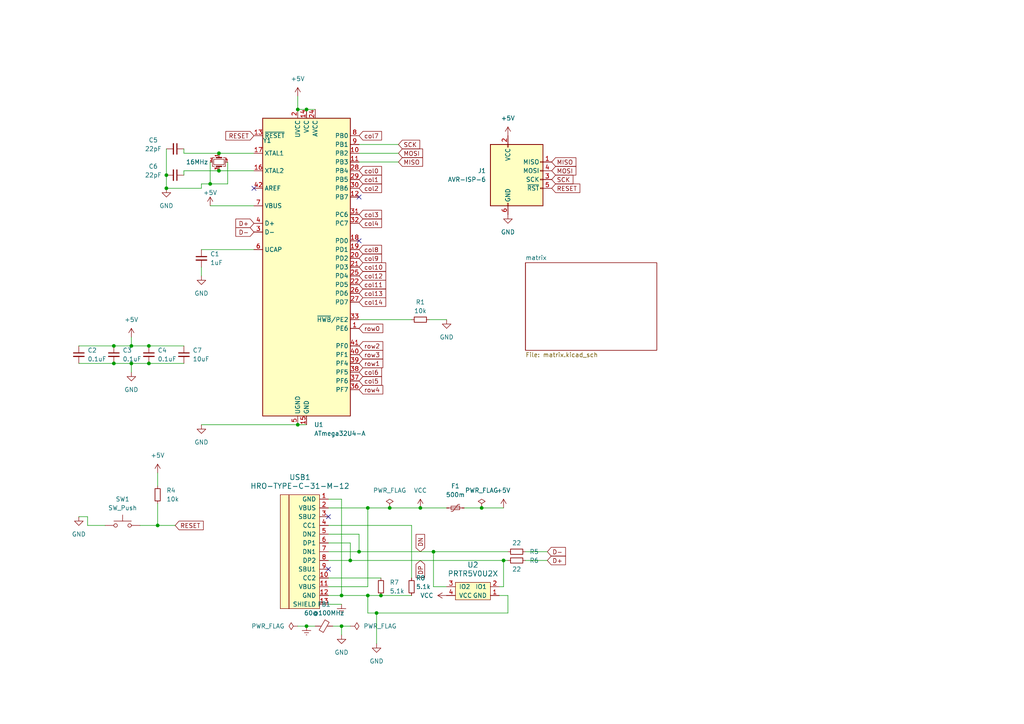
<source format=kicad_sch>
(kicad_sch (version 20230121) (generator eeschema)

  (uuid d8358cdd-3573-499d-b588-011f9d295c98)

  (paper "A4")

  (lib_symbols
    (symbol "Connector:AVR-ISP-6" (pin_names (offset 1.016)) (in_bom yes) (on_board yes)
      (property "Reference" "J" (at -6.35 11.43 0)
        (effects (font (size 1.27 1.27)) (justify left))
      )
      (property "Value" "AVR-ISP-6" (at 0 11.43 0)
        (effects (font (size 1.27 1.27)) (justify left))
      )
      (property "Footprint" "" (at -6.35 1.27 90)
        (effects (font (size 1.27 1.27)) hide)
      )
      (property "Datasheet" " ~" (at -32.385 -13.97 0)
        (effects (font (size 1.27 1.27)) hide)
      )
      (property "ki_keywords" "AVR ISP Connector" (at 0 0 0)
        (effects (font (size 1.27 1.27)) hide)
      )
      (property "ki_description" "Atmel 6-pin ISP connector" (at 0 0 0)
        (effects (font (size 1.27 1.27)) hide)
      )
      (property "ki_fp_filters" "IDC?Header*2x03* Pin?Header*2x03*" (at 0 0 0)
        (effects (font (size 1.27 1.27)) hide)
      )
      (symbol "AVR-ISP-6_0_1"
        (rectangle (start -2.667 -6.858) (end -2.413 -7.62)
          (stroke (width 0) (type default))
          (fill (type none))
        )
        (rectangle (start -2.667 10.16) (end -2.413 9.398)
          (stroke (width 0) (type default))
          (fill (type none))
        )
        (rectangle (start 7.62 -2.413) (end 6.858 -2.667)
          (stroke (width 0) (type default))
          (fill (type none))
        )
        (rectangle (start 7.62 0.127) (end 6.858 -0.127)
          (stroke (width 0) (type default))
          (fill (type none))
        )
        (rectangle (start 7.62 2.667) (end 6.858 2.413)
          (stroke (width 0) (type default))
          (fill (type none))
        )
        (rectangle (start 7.62 5.207) (end 6.858 4.953)
          (stroke (width 0) (type default))
          (fill (type none))
        )
        (rectangle (start 7.62 10.16) (end -7.62 -7.62)
          (stroke (width 0.254) (type default))
          (fill (type background))
        )
      )
      (symbol "AVR-ISP-6_1_1"
        (pin passive line (at 10.16 5.08 180) (length 2.54)
          (name "MISO" (effects (font (size 1.27 1.27))))
          (number "1" (effects (font (size 1.27 1.27))))
        )
        (pin passive line (at -2.54 12.7 270) (length 2.54)
          (name "VCC" (effects (font (size 1.27 1.27))))
          (number "2" (effects (font (size 1.27 1.27))))
        )
        (pin passive line (at 10.16 0 180) (length 2.54)
          (name "SCK" (effects (font (size 1.27 1.27))))
          (number "3" (effects (font (size 1.27 1.27))))
        )
        (pin passive line (at 10.16 2.54 180) (length 2.54)
          (name "MOSI" (effects (font (size 1.27 1.27))))
          (number "4" (effects (font (size 1.27 1.27))))
        )
        (pin passive line (at 10.16 -2.54 180) (length 2.54)
          (name "~{RST}" (effects (font (size 1.27 1.27))))
          (number "5" (effects (font (size 1.27 1.27))))
        )
        (pin passive line (at -2.54 -10.16 90) (length 2.54)
          (name "GND" (effects (font (size 1.27 1.27))))
          (number "6" (effects (font (size 1.27 1.27))))
        )
      )
    )
    (symbol "Device:C_Small" (pin_numbers hide) (pin_names (offset 0.254) hide) (in_bom yes) (on_board yes)
      (property "Reference" "C" (at 0.254 1.778 0)
        (effects (font (size 1.27 1.27)) (justify left))
      )
      (property "Value" "C_Small" (at 0.254 -2.032 0)
        (effects (font (size 1.27 1.27)) (justify left))
      )
      (property "Footprint" "" (at 0 0 0)
        (effects (font (size 1.27 1.27)) hide)
      )
      (property "Datasheet" "~" (at 0 0 0)
        (effects (font (size 1.27 1.27)) hide)
      )
      (property "ki_keywords" "capacitor cap" (at 0 0 0)
        (effects (font (size 1.27 1.27)) hide)
      )
      (property "ki_description" "Unpolarized capacitor, small symbol" (at 0 0 0)
        (effects (font (size 1.27 1.27)) hide)
      )
      (property "ki_fp_filters" "C_*" (at 0 0 0)
        (effects (font (size 1.27 1.27)) hide)
      )
      (symbol "C_Small_0_1"
        (polyline
          (pts
            (xy -1.524 -0.508)
            (xy 1.524 -0.508)
          )
          (stroke (width 0.3302) (type default))
          (fill (type none))
        )
        (polyline
          (pts
            (xy -1.524 0.508)
            (xy 1.524 0.508)
          )
          (stroke (width 0.3048) (type default))
          (fill (type none))
        )
      )
      (symbol "C_Small_1_1"
        (pin passive line (at 0 2.54 270) (length 2.032)
          (name "~" (effects (font (size 1.27 1.27))))
          (number "1" (effects (font (size 1.27 1.27))))
        )
        (pin passive line (at 0 -2.54 90) (length 2.032)
          (name "~" (effects (font (size 1.27 1.27))))
          (number "2" (effects (font (size 1.27 1.27))))
        )
      )
    )
    (symbol "Device:Crystal_GND24_Small" (pin_names (offset 1.016) hide) (in_bom yes) (on_board yes)
      (property "Reference" "Y" (at 1.27 4.445 0)
        (effects (font (size 1.27 1.27)) (justify left))
      )
      (property "Value" "Crystal_GND24_Small" (at 1.27 2.54 0)
        (effects (font (size 1.27 1.27)) (justify left))
      )
      (property "Footprint" "" (at 0 0 0)
        (effects (font (size 1.27 1.27)) hide)
      )
      (property "Datasheet" "~" (at 0 0 0)
        (effects (font (size 1.27 1.27)) hide)
      )
      (property "ki_keywords" "quartz ceramic resonator oscillator" (at 0 0 0)
        (effects (font (size 1.27 1.27)) hide)
      )
      (property "ki_description" "Four pin crystal, GND on pins 2 and 4, small symbol" (at 0 0 0)
        (effects (font (size 1.27 1.27)) hide)
      )
      (property "ki_fp_filters" "Crystal*" (at 0 0 0)
        (effects (font (size 1.27 1.27)) hide)
      )
      (symbol "Crystal_GND24_Small_0_1"
        (rectangle (start -0.762 -1.524) (end 0.762 1.524)
          (stroke (width 0) (type default))
          (fill (type none))
        )
        (polyline
          (pts
            (xy -1.27 -0.762)
            (xy -1.27 0.762)
          )
          (stroke (width 0.381) (type default))
          (fill (type none))
        )
        (polyline
          (pts
            (xy 1.27 -0.762)
            (xy 1.27 0.762)
          )
          (stroke (width 0.381) (type default))
          (fill (type none))
        )
        (polyline
          (pts
            (xy -1.27 -1.27)
            (xy -1.27 -1.905)
            (xy 1.27 -1.905)
            (xy 1.27 -1.27)
          )
          (stroke (width 0) (type default))
          (fill (type none))
        )
        (polyline
          (pts
            (xy -1.27 1.27)
            (xy -1.27 1.905)
            (xy 1.27 1.905)
            (xy 1.27 1.27)
          )
          (stroke (width 0) (type default))
          (fill (type none))
        )
      )
      (symbol "Crystal_GND24_Small_1_1"
        (pin passive line (at -2.54 0 0) (length 1.27)
          (name "1" (effects (font (size 1.27 1.27))))
          (number "1" (effects (font (size 0.762 0.762))))
        )
        (pin passive line (at 0 -2.54 90) (length 0.635)
          (name "2" (effects (font (size 1.27 1.27))))
          (number "2" (effects (font (size 0.762 0.762))))
        )
        (pin passive line (at 2.54 0 180) (length 1.27)
          (name "3" (effects (font (size 1.27 1.27))))
          (number "3" (effects (font (size 0.762 0.762))))
        )
        (pin passive line (at 0 2.54 270) (length 0.635)
          (name "4" (effects (font (size 1.27 1.27))))
          (number "4" (effects (font (size 0.762 0.762))))
        )
      )
    )
    (symbol "Device:FerriteBead_Small" (pin_numbers hide) (pin_names (offset 0)) (in_bom yes) (on_board yes)
      (property "Reference" "FB" (at 1.905 1.27 0)
        (effects (font (size 1.27 1.27)) (justify left))
      )
      (property "Value" "FerriteBead_Small" (at 1.905 -1.27 0)
        (effects (font (size 1.27 1.27)) (justify left))
      )
      (property "Footprint" "" (at -1.778 0 90)
        (effects (font (size 1.27 1.27)) hide)
      )
      (property "Datasheet" "~" (at 0 0 0)
        (effects (font (size 1.27 1.27)) hide)
      )
      (property "ki_keywords" "L ferrite bead inductor filter" (at 0 0 0)
        (effects (font (size 1.27 1.27)) hide)
      )
      (property "ki_description" "Ferrite bead, small symbol" (at 0 0 0)
        (effects (font (size 1.27 1.27)) hide)
      )
      (property "ki_fp_filters" "Inductor_* L_* *Ferrite*" (at 0 0 0)
        (effects (font (size 1.27 1.27)) hide)
      )
      (symbol "FerriteBead_Small_0_1"
        (polyline
          (pts
            (xy 0 -1.27)
            (xy 0 -0.7874)
          )
          (stroke (width 0) (type default))
          (fill (type none))
        )
        (polyline
          (pts
            (xy 0 0.889)
            (xy 0 1.2954)
          )
          (stroke (width 0) (type default))
          (fill (type none))
        )
        (polyline
          (pts
            (xy -1.8288 0.2794)
            (xy -1.1176 1.4986)
            (xy 1.8288 -0.2032)
            (xy 1.1176 -1.4224)
            (xy -1.8288 0.2794)
          )
          (stroke (width 0) (type default))
          (fill (type none))
        )
      )
      (symbol "FerriteBead_Small_1_1"
        (pin passive line (at 0 2.54 270) (length 1.27)
          (name "~" (effects (font (size 1.27 1.27))))
          (number "1" (effects (font (size 1.27 1.27))))
        )
        (pin passive line (at 0 -2.54 90) (length 1.27)
          (name "~" (effects (font (size 1.27 1.27))))
          (number "2" (effects (font (size 1.27 1.27))))
        )
      )
    )
    (symbol "Device:Polyfuse_Small" (pin_numbers hide) (pin_names (offset 0)) (in_bom yes) (on_board yes)
      (property "Reference" "F" (at -1.905 0 90)
        (effects (font (size 1.27 1.27)))
      )
      (property "Value" "Polyfuse_Small" (at 1.905 0 90)
        (effects (font (size 1.27 1.27)))
      )
      (property "Footprint" "" (at 1.27 -5.08 0)
        (effects (font (size 1.27 1.27)) (justify left) hide)
      )
      (property "Datasheet" "~" (at 0 0 0)
        (effects (font (size 1.27 1.27)) hide)
      )
      (property "ki_keywords" "resettable fuse PTC PPTC polyfuse polyswitch" (at 0 0 0)
        (effects (font (size 1.27 1.27)) hide)
      )
      (property "ki_description" "Resettable fuse, polymeric positive temperature coefficient, small symbol" (at 0 0 0)
        (effects (font (size 1.27 1.27)) hide)
      )
      (property "ki_fp_filters" "*polyfuse* *PTC*" (at 0 0 0)
        (effects (font (size 1.27 1.27)) hide)
      )
      (symbol "Polyfuse_Small_0_1"
        (rectangle (start -0.508 1.27) (end 0.508 -1.27)
          (stroke (width 0) (type default))
          (fill (type none))
        )
        (polyline
          (pts
            (xy 0 2.54)
            (xy 0 -2.54)
          )
          (stroke (width 0) (type default))
          (fill (type none))
        )
        (polyline
          (pts
            (xy -1.016 1.27)
            (xy -1.016 0.762)
            (xy 1.016 -0.762)
            (xy 1.016 -1.27)
          )
          (stroke (width 0) (type default))
          (fill (type none))
        )
      )
      (symbol "Polyfuse_Small_1_1"
        (pin passive line (at 0 2.54 270) (length 0.635)
          (name "~" (effects (font (size 1.27 1.27))))
          (number "1" (effects (font (size 1.27 1.27))))
        )
        (pin passive line (at 0 -2.54 90) (length 0.635)
          (name "~" (effects (font (size 1.27 1.27))))
          (number "2" (effects (font (size 1.27 1.27))))
        )
      )
    )
    (symbol "Device:R_Small" (pin_numbers hide) (pin_names (offset 0.254) hide) (in_bom yes) (on_board yes)
      (property "Reference" "R" (at 0.762 0.508 0)
        (effects (font (size 1.27 1.27)) (justify left))
      )
      (property "Value" "R_Small" (at 0.762 -1.016 0)
        (effects (font (size 1.27 1.27)) (justify left))
      )
      (property "Footprint" "" (at 0 0 0)
        (effects (font (size 1.27 1.27)) hide)
      )
      (property "Datasheet" "~" (at 0 0 0)
        (effects (font (size 1.27 1.27)) hide)
      )
      (property "ki_keywords" "R resistor" (at 0 0 0)
        (effects (font (size 1.27 1.27)) hide)
      )
      (property "ki_description" "Resistor, small symbol" (at 0 0 0)
        (effects (font (size 1.27 1.27)) hide)
      )
      (property "ki_fp_filters" "R_*" (at 0 0 0)
        (effects (font (size 1.27 1.27)) hide)
      )
      (symbol "R_Small_0_1"
        (rectangle (start -0.762 1.778) (end 0.762 -1.778)
          (stroke (width 0.2032) (type default))
          (fill (type none))
        )
      )
      (symbol "R_Small_1_1"
        (pin passive line (at 0 2.54 270) (length 0.762)
          (name "~" (effects (font (size 1.27 1.27))))
          (number "1" (effects (font (size 1.27 1.27))))
        )
        (pin passive line (at 0 -2.54 90) (length 0.762)
          (name "~" (effects (font (size 1.27 1.27))))
          (number "2" (effects (font (size 1.27 1.27))))
        )
      )
    )
    (symbol "MCU_Microchip_ATmega:ATmega32U4-A" (in_bom yes) (on_board yes)
      (property "Reference" "U" (at -12.7 44.45 0)
        (effects (font (size 1.27 1.27)) (justify left bottom))
      )
      (property "Value" "ATmega32U4-A" (at 2.54 -44.45 0)
        (effects (font (size 1.27 1.27)) (justify left top))
      )
      (property "Footprint" "Package_QFP:TQFP-44_10x10mm_P0.8mm" (at 0 0 0)
        (effects (font (size 1.27 1.27) italic) hide)
      )
      (property "Datasheet" "http://ww1.microchip.com/downloads/en/DeviceDoc/Atmel-7766-8-bit-AVR-ATmega16U4-32U4_Datasheet.pdf" (at 0 0 0)
        (effects (font (size 1.27 1.27)) hide)
      )
      (property "ki_keywords" "AVR 8bit Microcontroller MegaAVR USB" (at 0 0 0)
        (effects (font (size 1.27 1.27)) hide)
      )
      (property "ki_description" "16MHz, 32kB Flash, 2.5kB SRAM, 1kB EEPROM, USB 2.0, TQFP-44" (at 0 0 0)
        (effects (font (size 1.27 1.27)) hide)
      )
      (property "ki_fp_filters" "TQFP*10x10mm*P0.8mm*" (at 0 0 0)
        (effects (font (size 1.27 1.27)) hide)
      )
      (symbol "ATmega32U4-A_0_1"
        (rectangle (start -12.7 -43.18) (end 12.7 43.18)
          (stroke (width 0.254) (type default))
          (fill (type background))
        )
      )
      (symbol "ATmega32U4-A_1_1"
        (pin bidirectional line (at 15.24 -17.78 180) (length 2.54)
          (name "PE6" (effects (font (size 1.27 1.27))))
          (number "1" (effects (font (size 1.27 1.27))))
        )
        (pin bidirectional line (at 15.24 33.02 180) (length 2.54)
          (name "PB2" (effects (font (size 1.27 1.27))))
          (number "10" (effects (font (size 1.27 1.27))))
        )
        (pin bidirectional line (at 15.24 30.48 180) (length 2.54)
          (name "PB3" (effects (font (size 1.27 1.27))))
          (number "11" (effects (font (size 1.27 1.27))))
        )
        (pin bidirectional line (at 15.24 20.32 180) (length 2.54)
          (name "PB7" (effects (font (size 1.27 1.27))))
          (number "12" (effects (font (size 1.27 1.27))))
        )
        (pin input line (at -15.24 38.1 0) (length 2.54)
          (name "~{RESET}" (effects (font (size 1.27 1.27))))
          (number "13" (effects (font (size 1.27 1.27))))
        )
        (pin power_in line (at 0 45.72 270) (length 2.54)
          (name "VCC" (effects (font (size 1.27 1.27))))
          (number "14" (effects (font (size 1.27 1.27))))
        )
        (pin power_in line (at 0 -45.72 90) (length 2.54)
          (name "GND" (effects (font (size 1.27 1.27))))
          (number "15" (effects (font (size 1.27 1.27))))
        )
        (pin output line (at -15.24 27.94 0) (length 2.54)
          (name "XTAL2" (effects (font (size 1.27 1.27))))
          (number "16" (effects (font (size 1.27 1.27))))
        )
        (pin input line (at -15.24 33.02 0) (length 2.54)
          (name "XTAL1" (effects (font (size 1.27 1.27))))
          (number "17" (effects (font (size 1.27 1.27))))
        )
        (pin bidirectional line (at 15.24 7.62 180) (length 2.54)
          (name "PD0" (effects (font (size 1.27 1.27))))
          (number "18" (effects (font (size 1.27 1.27))))
        )
        (pin bidirectional line (at 15.24 5.08 180) (length 2.54)
          (name "PD1" (effects (font (size 1.27 1.27))))
          (number "19" (effects (font (size 1.27 1.27))))
        )
        (pin power_in line (at -2.54 45.72 270) (length 2.54)
          (name "UVCC" (effects (font (size 1.27 1.27))))
          (number "2" (effects (font (size 1.27 1.27))))
        )
        (pin bidirectional line (at 15.24 2.54 180) (length 2.54)
          (name "PD2" (effects (font (size 1.27 1.27))))
          (number "20" (effects (font (size 1.27 1.27))))
        )
        (pin bidirectional line (at 15.24 0 180) (length 2.54)
          (name "PD3" (effects (font (size 1.27 1.27))))
          (number "21" (effects (font (size 1.27 1.27))))
        )
        (pin bidirectional line (at 15.24 -5.08 180) (length 2.54)
          (name "PD5" (effects (font (size 1.27 1.27))))
          (number "22" (effects (font (size 1.27 1.27))))
        )
        (pin passive line (at 0 -45.72 90) (length 2.54) hide
          (name "GND" (effects (font (size 1.27 1.27))))
          (number "23" (effects (font (size 1.27 1.27))))
        )
        (pin power_in line (at 2.54 45.72 270) (length 2.54)
          (name "AVCC" (effects (font (size 1.27 1.27))))
          (number "24" (effects (font (size 1.27 1.27))))
        )
        (pin bidirectional line (at 15.24 -2.54 180) (length 2.54)
          (name "PD4" (effects (font (size 1.27 1.27))))
          (number "25" (effects (font (size 1.27 1.27))))
        )
        (pin bidirectional line (at 15.24 -7.62 180) (length 2.54)
          (name "PD6" (effects (font (size 1.27 1.27))))
          (number "26" (effects (font (size 1.27 1.27))))
        )
        (pin bidirectional line (at 15.24 -10.16 180) (length 2.54)
          (name "PD7" (effects (font (size 1.27 1.27))))
          (number "27" (effects (font (size 1.27 1.27))))
        )
        (pin bidirectional line (at 15.24 27.94 180) (length 2.54)
          (name "PB4" (effects (font (size 1.27 1.27))))
          (number "28" (effects (font (size 1.27 1.27))))
        )
        (pin bidirectional line (at 15.24 25.4 180) (length 2.54)
          (name "PB5" (effects (font (size 1.27 1.27))))
          (number "29" (effects (font (size 1.27 1.27))))
        )
        (pin bidirectional line (at -15.24 10.16 0) (length 2.54)
          (name "D-" (effects (font (size 1.27 1.27))))
          (number "3" (effects (font (size 1.27 1.27))))
        )
        (pin bidirectional line (at 15.24 22.86 180) (length 2.54)
          (name "PB6" (effects (font (size 1.27 1.27))))
          (number "30" (effects (font (size 1.27 1.27))))
        )
        (pin bidirectional line (at 15.24 15.24 180) (length 2.54)
          (name "PC6" (effects (font (size 1.27 1.27))))
          (number "31" (effects (font (size 1.27 1.27))))
        )
        (pin bidirectional line (at 15.24 12.7 180) (length 2.54)
          (name "PC7" (effects (font (size 1.27 1.27))))
          (number "32" (effects (font (size 1.27 1.27))))
        )
        (pin bidirectional line (at 15.24 -15.24 180) (length 2.54)
          (name "~{HWB}/PE2" (effects (font (size 1.27 1.27))))
          (number "33" (effects (font (size 1.27 1.27))))
        )
        (pin passive line (at 0 45.72 270) (length 2.54) hide
          (name "VCC" (effects (font (size 1.27 1.27))))
          (number "34" (effects (font (size 1.27 1.27))))
        )
        (pin passive line (at 0 -45.72 90) (length 2.54) hide
          (name "GND" (effects (font (size 1.27 1.27))))
          (number "35" (effects (font (size 1.27 1.27))))
        )
        (pin bidirectional line (at 15.24 -35.56 180) (length 2.54)
          (name "PF7" (effects (font (size 1.27 1.27))))
          (number "36" (effects (font (size 1.27 1.27))))
        )
        (pin bidirectional line (at 15.24 -33.02 180) (length 2.54)
          (name "PF6" (effects (font (size 1.27 1.27))))
          (number "37" (effects (font (size 1.27 1.27))))
        )
        (pin bidirectional line (at 15.24 -30.48 180) (length 2.54)
          (name "PF5" (effects (font (size 1.27 1.27))))
          (number "38" (effects (font (size 1.27 1.27))))
        )
        (pin bidirectional line (at 15.24 -27.94 180) (length 2.54)
          (name "PF4" (effects (font (size 1.27 1.27))))
          (number "39" (effects (font (size 1.27 1.27))))
        )
        (pin bidirectional line (at -15.24 12.7 0) (length 2.54)
          (name "D+" (effects (font (size 1.27 1.27))))
          (number "4" (effects (font (size 1.27 1.27))))
        )
        (pin bidirectional line (at 15.24 -25.4 180) (length 2.54)
          (name "PF1" (effects (font (size 1.27 1.27))))
          (number "40" (effects (font (size 1.27 1.27))))
        )
        (pin bidirectional line (at 15.24 -22.86 180) (length 2.54)
          (name "PF0" (effects (font (size 1.27 1.27))))
          (number "41" (effects (font (size 1.27 1.27))))
        )
        (pin passive line (at -15.24 22.86 0) (length 2.54)
          (name "AREF" (effects (font (size 1.27 1.27))))
          (number "42" (effects (font (size 1.27 1.27))))
        )
        (pin passive line (at 0 -45.72 90) (length 2.54) hide
          (name "GND" (effects (font (size 1.27 1.27))))
          (number "43" (effects (font (size 1.27 1.27))))
        )
        (pin passive line (at 2.54 45.72 270) (length 2.54) hide
          (name "AVCC" (effects (font (size 1.27 1.27))))
          (number "44" (effects (font (size 1.27 1.27))))
        )
        (pin passive line (at -2.54 -45.72 90) (length 2.54)
          (name "UGND" (effects (font (size 1.27 1.27))))
          (number "5" (effects (font (size 1.27 1.27))))
        )
        (pin passive line (at -15.24 5.08 0) (length 2.54)
          (name "UCAP" (effects (font (size 1.27 1.27))))
          (number "6" (effects (font (size 1.27 1.27))))
        )
        (pin input line (at -15.24 17.78 0) (length 2.54)
          (name "VBUS" (effects (font (size 1.27 1.27))))
          (number "7" (effects (font (size 1.27 1.27))))
        )
        (pin bidirectional line (at 15.24 38.1 180) (length 2.54)
          (name "PB0" (effects (font (size 1.27 1.27))))
          (number "8" (effects (font (size 1.27 1.27))))
        )
        (pin bidirectional line (at 15.24 35.56 180) (length 2.54)
          (name "PB1" (effects (font (size 1.27 1.27))))
          (number "9" (effects (font (size 1.27 1.27))))
        )
      )
    )
    (symbol "Switch:SW_Push" (pin_numbers hide) (pin_names (offset 1.016) hide) (in_bom yes) (on_board yes)
      (property "Reference" "SW" (at 1.27 2.54 0)
        (effects (font (size 1.27 1.27)) (justify left))
      )
      (property "Value" "SW_Push" (at 0 -1.524 0)
        (effects (font (size 1.27 1.27)))
      )
      (property "Footprint" "" (at 0 5.08 0)
        (effects (font (size 1.27 1.27)) hide)
      )
      (property "Datasheet" "~" (at 0 5.08 0)
        (effects (font (size 1.27 1.27)) hide)
      )
      (property "ki_keywords" "switch normally-open pushbutton push-button" (at 0 0 0)
        (effects (font (size 1.27 1.27)) hide)
      )
      (property "ki_description" "Push button switch, generic, two pins" (at 0 0 0)
        (effects (font (size 1.27 1.27)) hide)
      )
      (symbol "SW_Push_0_1"
        (circle (center -2.032 0) (radius 0.508)
          (stroke (width 0) (type default))
          (fill (type none))
        )
        (polyline
          (pts
            (xy 0 1.27)
            (xy 0 3.048)
          )
          (stroke (width 0) (type default))
          (fill (type none))
        )
        (polyline
          (pts
            (xy 2.54 1.27)
            (xy -2.54 1.27)
          )
          (stroke (width 0) (type default))
          (fill (type none))
        )
        (circle (center 2.032 0) (radius 0.508)
          (stroke (width 0) (type default))
          (fill (type none))
        )
        (pin passive line (at -5.08 0 0) (length 2.54)
          (name "1" (effects (font (size 1.27 1.27))))
          (number "1" (effects (font (size 1.27 1.27))))
        )
        (pin passive line (at 5.08 0 180) (length 2.54)
          (name "2" (effects (font (size 1.27 1.27))))
          (number "2" (effects (font (size 1.27 1.27))))
        )
      )
    )
    (symbol "Type-C:HRO-TYPE-C-31-M-12" (pin_names (offset 1.016)) (in_bom yes) (on_board yes)
      (property "Reference" "USB" (at -5.08 16.51 0)
        (effects (font (size 1.524 1.524)))
      )
      (property "Value" "HRO-TYPE-C-31-M-12" (at -10.16 -1.27 90)
        (effects (font (size 1.524 1.524)))
      )
      (property "Footprint" "" (at 0 0 0)
        (effects (font (size 1.524 1.524)) hide)
      )
      (property "Datasheet" "" (at 0 0 0)
        (effects (font (size 1.524 1.524)) hide)
      )
      (symbol "HRO-TYPE-C-31-M-12_0_1"
        (rectangle (start -11.43 15.24) (end -8.89 -17.78)
          (stroke (width 0) (type solid))
          (fill (type background))
        )
        (rectangle (start 0 -17.78) (end -8.89 15.24)
          (stroke (width 0) (type solid))
          (fill (type background))
        )
      )
      (symbol "HRO-TYPE-C-31-M-12_1_1"
        (pin input line (at 2.54 13.97 180) (length 2.54)
          (name "GND" (effects (font (size 1.27 1.27))))
          (number "1" (effects (font (size 1.27 1.27))))
        )
        (pin input line (at 2.54 -8.89 180) (length 2.54)
          (name "CC2" (effects (font (size 1.27 1.27))))
          (number "10" (effects (font (size 1.27 1.27))))
        )
        (pin input line (at 2.54 -11.43 180) (length 2.54)
          (name "VBUS" (effects (font (size 1.27 1.27))))
          (number "11" (effects (font (size 1.27 1.27))))
        )
        (pin input line (at 2.54 -13.97 180) (length 2.54)
          (name "GND" (effects (font (size 1.27 1.27))))
          (number "12" (effects (font (size 1.27 1.27))))
        )
        (pin input line (at 2.54 -16.51 180) (length 2.54)
          (name "SHIELD" (effects (font (size 1.27 1.27))))
          (number "13" (effects (font (size 1.27 1.27))))
        )
        (pin input line (at 2.54 11.43 180) (length 2.54)
          (name "VBUS" (effects (font (size 1.27 1.27))))
          (number "2" (effects (font (size 1.27 1.27))))
        )
        (pin input line (at 2.54 8.89 180) (length 2.54)
          (name "SBU2" (effects (font (size 1.27 1.27))))
          (number "3" (effects (font (size 1.27 1.27))))
        )
        (pin input line (at 2.54 6.35 180) (length 2.54)
          (name "CC1" (effects (font (size 1.27 1.27))))
          (number "4" (effects (font (size 1.27 1.27))))
        )
        (pin input line (at 2.54 3.81 180) (length 2.54)
          (name "DN2" (effects (font (size 1.27 1.27))))
          (number "5" (effects (font (size 1.27 1.27))))
        )
        (pin input line (at 2.54 1.27 180) (length 2.54)
          (name "DP1" (effects (font (size 1.27 1.27))))
          (number "6" (effects (font (size 1.27 1.27))))
        )
        (pin input line (at 2.54 -1.27 180) (length 2.54)
          (name "DN1" (effects (font (size 1.27 1.27))))
          (number "7" (effects (font (size 1.27 1.27))))
        )
        (pin input line (at 2.54 -3.81 180) (length 2.54)
          (name "DP2" (effects (font (size 1.27 1.27))))
          (number "8" (effects (font (size 1.27 1.27))))
        )
        (pin input line (at 2.54 -6.35 180) (length 2.54)
          (name "SBU1" (effects (font (size 1.27 1.27))))
          (number "9" (effects (font (size 1.27 1.27))))
        )
      )
    )
    (symbol "power:+5V" (power) (pin_names (offset 0)) (in_bom yes) (on_board yes)
      (property "Reference" "#PWR" (at 0 -3.81 0)
        (effects (font (size 1.27 1.27)) hide)
      )
      (property "Value" "+5V" (at 0 3.556 0)
        (effects (font (size 1.27 1.27)))
      )
      (property "Footprint" "" (at 0 0 0)
        (effects (font (size 1.27 1.27)) hide)
      )
      (property "Datasheet" "" (at 0 0 0)
        (effects (font (size 1.27 1.27)) hide)
      )
      (property "ki_keywords" "global power" (at 0 0 0)
        (effects (font (size 1.27 1.27)) hide)
      )
      (property "ki_description" "Power symbol creates a global label with name \"+5V\"" (at 0 0 0)
        (effects (font (size 1.27 1.27)) hide)
      )
      (symbol "+5V_0_1"
        (polyline
          (pts
            (xy -0.762 1.27)
            (xy 0 2.54)
          )
          (stroke (width 0) (type default))
          (fill (type none))
        )
        (polyline
          (pts
            (xy 0 0)
            (xy 0 2.54)
          )
          (stroke (width 0) (type default))
          (fill (type none))
        )
        (polyline
          (pts
            (xy 0 2.54)
            (xy 0.762 1.27)
          )
          (stroke (width 0) (type default))
          (fill (type none))
        )
      )
      (symbol "+5V_1_1"
        (pin power_in line (at 0 0 90) (length 0) hide
          (name "+5V" (effects (font (size 1.27 1.27))))
          (number "1" (effects (font (size 1.27 1.27))))
        )
      )
    )
    (symbol "power:Earth" (power) (pin_names (offset 0)) (in_bom yes) (on_board yes)
      (property "Reference" "#PWR" (at 0 -6.35 0)
        (effects (font (size 1.27 1.27)) hide)
      )
      (property "Value" "Earth" (at 0 -3.81 0)
        (effects (font (size 1.27 1.27)) hide)
      )
      (property "Footprint" "" (at 0 0 0)
        (effects (font (size 1.27 1.27)) hide)
      )
      (property "Datasheet" "~" (at 0 0 0)
        (effects (font (size 1.27 1.27)) hide)
      )
      (property "ki_keywords" "global ground gnd" (at 0 0 0)
        (effects (font (size 1.27 1.27)) hide)
      )
      (property "ki_description" "Power symbol creates a global label with name \"Earth\"" (at 0 0 0)
        (effects (font (size 1.27 1.27)) hide)
      )
      (symbol "Earth_0_1"
        (polyline
          (pts
            (xy -0.635 -1.905)
            (xy 0.635 -1.905)
          )
          (stroke (width 0) (type default))
          (fill (type none))
        )
        (polyline
          (pts
            (xy -0.127 -2.54)
            (xy 0.127 -2.54)
          )
          (stroke (width 0) (type default))
          (fill (type none))
        )
        (polyline
          (pts
            (xy 0 -1.27)
            (xy 0 0)
          )
          (stroke (width 0) (type default))
          (fill (type none))
        )
        (polyline
          (pts
            (xy 1.27 -1.27)
            (xy -1.27 -1.27)
          )
          (stroke (width 0) (type default))
          (fill (type none))
        )
      )
      (symbol "Earth_1_1"
        (pin power_in line (at 0 0 270) (length 0) hide
          (name "Earth" (effects (font (size 1.27 1.27))))
          (number "1" (effects (font (size 1.27 1.27))))
        )
      )
    )
    (symbol "power:GND" (power) (pin_names (offset 0)) (in_bom yes) (on_board yes)
      (property "Reference" "#PWR" (at 0 -6.35 0)
        (effects (font (size 1.27 1.27)) hide)
      )
      (property "Value" "GND" (at 0 -3.81 0)
        (effects (font (size 1.27 1.27)))
      )
      (property "Footprint" "" (at 0 0 0)
        (effects (font (size 1.27 1.27)) hide)
      )
      (property "Datasheet" "" (at 0 0 0)
        (effects (font (size 1.27 1.27)) hide)
      )
      (property "ki_keywords" "global power" (at 0 0 0)
        (effects (font (size 1.27 1.27)) hide)
      )
      (property "ki_description" "Power symbol creates a global label with name \"GND\" , ground" (at 0 0 0)
        (effects (font (size 1.27 1.27)) hide)
      )
      (symbol "GND_0_1"
        (polyline
          (pts
            (xy 0 0)
            (xy 0 -1.27)
            (xy 1.27 -1.27)
            (xy 0 -2.54)
            (xy -1.27 -1.27)
            (xy 0 -1.27)
          )
          (stroke (width 0) (type default))
          (fill (type none))
        )
      )
      (symbol "GND_1_1"
        (pin power_in line (at 0 0 270) (length 0) hide
          (name "GND" (effects (font (size 1.27 1.27))))
          (number "1" (effects (font (size 1.27 1.27))))
        )
      )
    )
    (symbol "power:PWR_FLAG" (power) (pin_numbers hide) (pin_names (offset 0) hide) (in_bom yes) (on_board yes)
      (property "Reference" "#FLG" (at 0 1.905 0)
        (effects (font (size 1.27 1.27)) hide)
      )
      (property "Value" "PWR_FLAG" (at 0 3.81 0)
        (effects (font (size 1.27 1.27)))
      )
      (property "Footprint" "" (at 0 0 0)
        (effects (font (size 1.27 1.27)) hide)
      )
      (property "Datasheet" "~" (at 0 0 0)
        (effects (font (size 1.27 1.27)) hide)
      )
      (property "ki_keywords" "flag power" (at 0 0 0)
        (effects (font (size 1.27 1.27)) hide)
      )
      (property "ki_description" "Special symbol for telling ERC where power comes from" (at 0 0 0)
        (effects (font (size 1.27 1.27)) hide)
      )
      (symbol "PWR_FLAG_0_0"
        (pin power_out line (at 0 0 90) (length 0)
          (name "pwr" (effects (font (size 1.27 1.27))))
          (number "1" (effects (font (size 1.27 1.27))))
        )
      )
      (symbol "PWR_FLAG_0_1"
        (polyline
          (pts
            (xy 0 0)
            (xy 0 1.27)
            (xy -1.016 1.905)
            (xy 0 2.54)
            (xy 1.016 1.905)
            (xy 0 1.27)
          )
          (stroke (width 0) (type default))
          (fill (type none))
        )
      )
    )
    (symbol "power:VCC" (power) (pin_names (offset 0)) (in_bom yes) (on_board yes)
      (property "Reference" "#PWR" (at 0 -3.81 0)
        (effects (font (size 1.27 1.27)) hide)
      )
      (property "Value" "VCC" (at 0 3.81 0)
        (effects (font (size 1.27 1.27)))
      )
      (property "Footprint" "" (at 0 0 0)
        (effects (font (size 1.27 1.27)) hide)
      )
      (property "Datasheet" "" (at 0 0 0)
        (effects (font (size 1.27 1.27)) hide)
      )
      (property "ki_keywords" "global power" (at 0 0 0)
        (effects (font (size 1.27 1.27)) hide)
      )
      (property "ki_description" "Power symbol creates a global label with name \"VCC\"" (at 0 0 0)
        (effects (font (size 1.27 1.27)) hide)
      )
      (symbol "VCC_0_1"
        (polyline
          (pts
            (xy -0.762 1.27)
            (xy 0 2.54)
          )
          (stroke (width 0) (type default))
          (fill (type none))
        )
        (polyline
          (pts
            (xy 0 0)
            (xy 0 2.54)
          )
          (stroke (width 0) (type default))
          (fill (type none))
        )
        (polyline
          (pts
            (xy 0 2.54)
            (xy 0.762 1.27)
          )
          (stroke (width 0) (type default))
          (fill (type none))
        )
      )
      (symbol "VCC_1_1"
        (pin power_in line (at 0 0 90) (length 0) hide
          (name "VCC" (effects (font (size 1.27 1.27))))
          (number "1" (effects (font (size 1.27 1.27))))
        )
      )
    )
    (symbol "random-keyboard-parts:PRTR5V0U2X" (pin_names (offset 1.016)) (in_bom yes) (on_board yes)
      (property "Reference" "U" (at 0 3.81 0)
        (effects (font (size 1.524 1.524)))
      )
      (property "Value" "PRTR5V0U2X" (at 0 -3.81 0)
        (effects (font (size 1.524 1.524)))
      )
      (property "Footprint" "" (at 0 0 0)
        (effects (font (size 1.524 1.524)) hide)
      )
      (property "Datasheet" "" (at 0 0 0)
        (effects (font (size 1.524 1.524)) hide)
      )
      (symbol "PRTR5V0U2X_0_1"
        (rectangle (start -5.08 2.54) (end 5.08 -2.54)
          (stroke (width 0) (type solid))
          (fill (type background))
        )
      )
      (symbol "PRTR5V0U2X_1_1"
        (pin input line (at -7.62 1.27 0) (length 2.54)
          (name "GND" (effects (font (size 1.27 1.27))))
          (number "1" (effects (font (size 1.27 1.27))))
        )
        (pin input line (at -7.62 -1.27 0) (length 2.54)
          (name "IO1" (effects (font (size 1.27 1.27))))
          (number "2" (effects (font (size 1.27 1.27))))
        )
        (pin input line (at 7.62 -1.27 180) (length 2.54)
          (name "IO2" (effects (font (size 1.27 1.27))))
          (number "3" (effects (font (size 1.27 1.27))))
        )
        (pin input line (at 7.62 1.27 180) (length 2.54)
          (name "VCC" (effects (font (size 1.27 1.27))))
          (number "4" (effects (font (size 1.27 1.27))))
        )
      )
    )
  )

  (junction (at 45.72 152.4) (diameter 0) (color 0 0 0 0)
    (uuid 0d6c6fe6-d009-46cc-81fe-52216a4c97d6)
  )
  (junction (at 109.22 177.8) (diameter 0) (color 0 0 0 0)
    (uuid 114188c2-204b-42f7-b2a3-5a8d1eafdaa1)
  )
  (junction (at 48.26 54.61) (diameter 0) (color 0 0 0 0)
    (uuid 12c6ae63-db50-4ef9-a44d-85ac8b2082e3)
  )
  (junction (at 88.9 31.75) (diameter 0) (color 0 0 0 0)
    (uuid 12dfc16d-0e4c-4d60-be7c-22c70050120d)
  )
  (junction (at 106.68 172.72) (diameter 0) (color 0 0 0 0)
    (uuid 132652c9-6e0e-49ab-ba14-de21f3de264c)
  )
  (junction (at 43.18 105.41) (diameter 0) (color 0 0 0 0)
    (uuid 132e585a-a245-4260-9339-1b6761a88118)
  )
  (junction (at 43.18 100.33) (diameter 0) (color 0 0 0 0)
    (uuid 218cb7ec-d21e-4ae3-8e01-4d69323a04dd)
  )
  (junction (at 86.36 123.19) (diameter 0) (color 0 0 0 0)
    (uuid 312fdcb5-6821-4e81-815e-7b81063d6ecd)
  )
  (junction (at 48.26 50.8) (diameter 0) (color 0 0 0 0)
    (uuid 36079045-dd27-46f6-9455-c13f0b9e227d)
  )
  (junction (at 88.9 181.61) (diameter 0) (color 0 0 0 0)
    (uuid 41acc7db-a9c9-410c-b823-513b48d5fa83)
  )
  (junction (at 121.92 147.32) (diameter 0) (color 0 0 0 0)
    (uuid 454a29ed-0c15-4184-af4e-4995021e35b5)
  )
  (junction (at 63.5 44.45) (diameter 0) (color 0 0 0 0)
    (uuid 4e66d410-f8d2-4183-b22b-de0c9eb91683)
  )
  (junction (at 101.6 162.56) (diameter 0) (color 0 0 0 0)
    (uuid 54fb1e24-0295-4f78-87c3-ae6ec1e5b3b9)
  )
  (junction (at 38.1 105.41) (diameter 0) (color 0 0 0 0)
    (uuid 55a85780-30b9-4dd7-aaf5-207307d835de)
  )
  (junction (at 104.14 160.02) (diameter 0) (color 0 0 0 0)
    (uuid 6fa8cb9f-9bae-4e4b-a0fc-330e28385c68)
  )
  (junction (at 99.06 172.72) (diameter 0) (color 0 0 0 0)
    (uuid 861e6f1d-2001-4c85-b2de-cae2c5c881a2)
  )
  (junction (at 125.73 160.02) (diameter 0) (color 0 0 0 0)
    (uuid 8f7ef607-595c-414a-8e7c-4a9ce2f93536)
  )
  (junction (at 110.49 172.72) (diameter 0) (color 0 0 0 0)
    (uuid 98d16dd3-9c6a-435b-a4a4-798abc77bb31)
  )
  (junction (at 106.68 147.32) (diameter 0) (color 0 0 0 0)
    (uuid a220bdbd-dad9-4366-bff2-ba32ef926461)
  )
  (junction (at 38.1 100.33) (diameter 0) (color 0 0 0 0)
    (uuid ab2e9981-7499-46bb-bc29-5f85508b8617)
  )
  (junction (at 139.7 147.32) (diameter 0) (color 0 0 0 0)
    (uuid ad0bf3ff-cf50-49f8-8e8c-7b71733a4cff)
  )
  (junction (at 60.96 53.34) (diameter 0) (color 0 0 0 0)
    (uuid b61a1968-65b1-4fd4-82d2-82b2c790a460)
  )
  (junction (at 146.05 162.56) (diameter 0) (color 0 0 0 0)
    (uuid b65caa70-056c-4908-9917-879f69091c92)
  )
  (junction (at 99.06 181.61) (diameter 0) (color 0 0 0 0)
    (uuid ca4fe4e3-344f-4e47-a0ea-4ef970f9d262)
  )
  (junction (at 33.02 105.41) (diameter 0) (color 0 0 0 0)
    (uuid cbd90727-52cf-4939-b337-6818a390ed21)
  )
  (junction (at 33.02 100.33) (diameter 0) (color 0 0 0 0)
    (uuid d8656c5f-0393-480e-a27e-6aeef8f72d31)
  )
  (junction (at 86.36 31.75) (diameter 0) (color 0 0 0 0)
    (uuid e34f8e54-9db3-414c-bb5e-a4b7b9b09d8a)
  )
  (junction (at 63.5 49.53) (diameter 0) (color 0 0 0 0)
    (uuid f2a6fd8b-d90f-419a-9c1d-6fd098ad0eb7)
  )
  (junction (at 113.03 147.32) (diameter 0) (color 0 0 0 0)
    (uuid f8acbc16-ec61-49d9-89b8-46511224d99f)
  )

  (no_connect (at 95.25 149.86) (uuid 4a31b738-307d-4940-b0e3-48e8e4e0b158))
  (no_connect (at 95.25 165.1) (uuid 577d92fb-8c36-460c-8204-8383d9ba10bc))
  (no_connect (at 73.66 54.61) (uuid 791cd0b3-8f82-427f-80a7-0dc01f526902))
  (no_connect (at 104.14 69.85) (uuid cbf36452-cbc4-4a8d-b854-680e97e5ab86))
  (no_connect (at 104.14 57.15) (uuid d400891e-be49-4db8-98ba-ffa94e482292))

  (wire (pts (xy 60.96 59.69) (xy 73.66 59.69))
    (stroke (width 0) (type default))
    (uuid 04b6dfe8-2121-423b-ab88-ad88546f82c1)
  )
  (wire (pts (xy 60.96 53.34) (xy 66.04 53.34))
    (stroke (width 0) (type default))
    (uuid 07b14f39-ec7c-4c54-8e7b-e1ae74747f12)
  )
  (wire (pts (xy 43.18 100.33) (xy 53.34 100.33))
    (stroke (width 0) (type default))
    (uuid 08a4d937-9497-4db5-9fc2-ac039eb1119a)
  )
  (wire (pts (xy 95.25 175.26) (xy 99.06 175.26))
    (stroke (width 0) (type default))
    (uuid 0d07617d-8759-4e71-8bc6-729892e3a5c5)
  )
  (wire (pts (xy 146.05 162.56) (xy 146.05 170.18))
    (stroke (width 0) (type default))
    (uuid 0d177c5c-b32a-4f21-bddc-5a34b7608af5)
  )
  (wire (pts (xy 146.05 162.56) (xy 147.32 162.56))
    (stroke (width 0) (type default))
    (uuid 13ff79c3-5776-41b0-8365-fb7fe920bc8c)
  )
  (wire (pts (xy 106.68 172.72) (xy 110.49 172.72))
    (stroke (width 0) (type default))
    (uuid 1712ba7d-626e-4aa9-aa05-81d3773d0ecf)
  )
  (wire (pts (xy 48.26 43.18) (xy 48.26 50.8))
    (stroke (width 0) (type default))
    (uuid 19693169-2948-49f8-acc7-8ad35c3ab43b)
  )
  (wire (pts (xy 53.34 43.18) (xy 53.34 44.45))
    (stroke (width 0) (type default))
    (uuid 2758aa35-cf86-4c30-aa4d-8bcdc2cf82d8)
  )
  (wire (pts (xy 95.25 147.32) (xy 106.68 147.32))
    (stroke (width 0) (type default))
    (uuid 27b97e65-cfbc-444a-9eff-dc39cb3950e2)
  )
  (wire (pts (xy 95.25 154.94) (xy 104.14 154.94))
    (stroke (width 0) (type default))
    (uuid 2a06d183-296d-4c5d-bebd-439fa9c8056c)
  )
  (wire (pts (xy 101.6 162.56) (xy 146.05 162.56))
    (stroke (width 0) (type default))
    (uuid 2adb9f6a-5e7d-4555-bad6-7a9012091aaf)
  )
  (wire (pts (xy 25.4 152.4) (xy 30.48 152.4))
    (stroke (width 0) (type default))
    (uuid 2cc2e893-9d2c-4266-9c08-6be11473b07e)
  )
  (wire (pts (xy 152.4 162.56) (xy 158.75 162.56))
    (stroke (width 0) (type default))
    (uuid 2efcc401-2f7a-47b1-b84b-832b32347d48)
  )
  (wire (pts (xy 86.36 31.75) (xy 88.9 31.75))
    (stroke (width 0) (type default))
    (uuid 323d3121-a2c4-426a-ada4-c7d7c8d9e954)
  )
  (wire (pts (xy 125.73 160.02) (xy 147.32 160.02))
    (stroke (width 0) (type default))
    (uuid 33b1d8be-910c-481a-8af5-f8df45cd30f4)
  )
  (wire (pts (xy 53.34 44.45) (xy 63.5 44.45))
    (stroke (width 0) (type default))
    (uuid 3d4bdc27-6627-4aac-8aff-43a31b322a54)
  )
  (wire (pts (xy 152.4 160.02) (xy 158.75 160.02))
    (stroke (width 0) (type default))
    (uuid 3e1ba0ca-a28b-484a-8094-7f72a2a1da8d)
  )
  (wire (pts (xy 88.9 31.75) (xy 91.44 31.75))
    (stroke (width 0) (type default))
    (uuid 45ebc7e8-0981-43b3-9e1f-4d2c9cdc935a)
  )
  (wire (pts (xy 95.25 160.02) (xy 104.14 160.02))
    (stroke (width 0) (type default))
    (uuid 49def12c-f9a1-4dc9-8479-f4624e63ecf4)
  )
  (wire (pts (xy 109.22 186.69) (xy 109.22 177.8))
    (stroke (width 0) (type default))
    (uuid 4c0f5a6a-41dd-4bc0-9a63-f699b1205e1f)
  )
  (wire (pts (xy 95.25 167.64) (xy 110.49 167.64))
    (stroke (width 0) (type default))
    (uuid 568a18e0-6d55-4987-8868-93a1e98a0ee9)
  )
  (wire (pts (xy 50.8 152.4) (xy 45.72 152.4))
    (stroke (width 0) (type default))
    (uuid 5d8d4df3-c8bc-4fcb-a88c-7119f4954c1a)
  )
  (wire (pts (xy 96.52 181.61) (xy 99.06 181.61))
    (stroke (width 0) (type default))
    (uuid 5dcc4a46-2baa-4dde-9c87-4d0ab6d439fc)
  )
  (wire (pts (xy 113.03 147.32) (xy 121.92 147.32))
    (stroke (width 0) (type default))
    (uuid 5fd248ca-2b3a-4e38-83ff-45e474d6370e)
  )
  (wire (pts (xy 22.86 100.33) (xy 33.02 100.33))
    (stroke (width 0) (type default))
    (uuid 600d2424-c94f-4034-a298-99ca6796af05)
  )
  (wire (pts (xy 63.5 44.45) (xy 73.66 44.45))
    (stroke (width 0) (type default))
    (uuid 662454ae-a718-412b-bb29-fd693d5262e4)
  )
  (wire (pts (xy 95.25 162.56) (xy 101.6 162.56))
    (stroke (width 0) (type default))
    (uuid 6b1642db-e26c-4a64-bacd-c72dac12eefe)
  )
  (wire (pts (xy 139.7 147.32) (xy 146.05 147.32))
    (stroke (width 0) (type default))
    (uuid 6cdacc2f-cf3f-4a5e-9a40-705ece3c1aff)
  )
  (wire (pts (xy 88.9 181.61) (xy 91.44 181.61))
    (stroke (width 0) (type default))
    (uuid 6d6ae9e2-1806-4953-ae24-a56436cef58f)
  )
  (wire (pts (xy 95.25 170.18) (xy 106.68 170.18))
    (stroke (width 0) (type default))
    (uuid 6dfbb74e-ce60-439c-a438-574d6b611bd1)
  )
  (wire (pts (xy 25.4 152.4) (xy 25.4 149.86))
    (stroke (width 0) (type default))
    (uuid 7079ed3c-3664-4683-bbd6-48da9c9ecbd5)
  )
  (wire (pts (xy 38.1 105.41) (xy 38.1 107.95))
    (stroke (width 0) (type default))
    (uuid 73ba7d8e-cd88-43fd-8dec-4d98dd92de02)
  )
  (wire (pts (xy 95.25 172.72) (xy 99.06 172.72))
    (stroke (width 0) (type default))
    (uuid 772d3999-97ed-4654-ab1f-715ae15d033a)
  )
  (wire (pts (xy 125.73 170.18) (xy 125.73 160.02))
    (stroke (width 0) (type default))
    (uuid 779c5dad-3c88-44cf-82ba-215b1df95fb2)
  )
  (wire (pts (xy 58.42 53.34) (xy 60.96 53.34))
    (stroke (width 0) (type default))
    (uuid 7ad636f5-1e79-4f2d-9099-28a4765123d9)
  )
  (wire (pts (xy 60.96 46.99) (xy 60.96 53.34))
    (stroke (width 0) (type default))
    (uuid 7f0a2949-93f5-4bb7-93d8-331fd720d262)
  )
  (wire (pts (xy 63.5 49.53) (xy 73.66 49.53))
    (stroke (width 0) (type default))
    (uuid 81a93bba-4ada-496c-9386-b8ce68348646)
  )
  (wire (pts (xy 121.92 147.32) (xy 129.54 147.32))
    (stroke (width 0) (type default))
    (uuid 88636771-0bce-430a-a8c0-38ccfd63ca8b)
  )
  (wire (pts (xy 99.06 172.72) (xy 99.06 144.78))
    (stroke (width 0) (type default))
    (uuid 8e54aceb-7f22-4d9a-a675-adef60005243)
  )
  (wire (pts (xy 129.54 170.18) (xy 125.73 170.18))
    (stroke (width 0) (type default))
    (uuid 8f260b7a-d79e-439f-962d-083e45223921)
  )
  (wire (pts (xy 38.1 97.79) (xy 38.1 100.33))
    (stroke (width 0) (type default))
    (uuid 9011fa2b-5e07-4075-bbc9-2945b35d8274)
  )
  (wire (pts (xy 115.57 46.99) (xy 104.14 46.99))
    (stroke (width 0) (type default))
    (uuid 90cf533b-3829-4971-958c-1cf254b04160)
  )
  (wire (pts (xy 124.46 92.71) (xy 129.54 92.71))
    (stroke (width 0) (type default))
    (uuid 936621ee-a656-49a1-9153-be4e4f55e0fd)
  )
  (wire (pts (xy 58.42 72.39) (xy 73.66 72.39))
    (stroke (width 0) (type default))
    (uuid 98c6baf1-a46b-4acb-a935-763380eb86a1)
  )
  (wire (pts (xy 22.86 105.41) (xy 33.02 105.41))
    (stroke (width 0) (type default))
    (uuid 99dfdf11-488d-4338-be67-b609a3383e1d)
  )
  (wire (pts (xy 33.02 100.33) (xy 38.1 100.33))
    (stroke (width 0) (type default))
    (uuid 9b63eb15-4e1d-4454-9829-9ab96711e42c)
  )
  (wire (pts (xy 106.68 172.72) (xy 99.06 172.72))
    (stroke (width 0) (type default))
    (uuid 9da4cc06-0c7d-4ae1-832e-e7fd63f154f4)
  )
  (wire (pts (xy 43.18 105.41) (xy 53.34 105.41))
    (stroke (width 0) (type default))
    (uuid 9fb03fc4-1656-4af9-b5bc-9a381a55cdd8)
  )
  (wire (pts (xy 58.42 53.34) (xy 58.42 54.61))
    (stroke (width 0) (type default))
    (uuid a177c376-1ff2-4e2f-bcaa-24c6dce117bf)
  )
  (wire (pts (xy 48.26 54.61) (xy 58.42 54.61))
    (stroke (width 0) (type default))
    (uuid a4dc3852-f19f-43fc-bcc6-a803dff4cfb2)
  )
  (wire (pts (xy 45.72 137.16) (xy 45.72 140.97))
    (stroke (width 0) (type default))
    (uuid a60f892d-7a5d-49c3-b6f4-44d73812e565)
  )
  (wire (pts (xy 134.62 147.32) (xy 139.7 147.32))
    (stroke (width 0) (type default))
    (uuid a6e82695-c649-4115-a28a-9ea38c200cf2)
  )
  (wire (pts (xy 115.57 41.91) (xy 104.14 41.91))
    (stroke (width 0) (type default))
    (uuid a727a79e-e6d5-4bf9-a4bd-64f6a6f3736d)
  )
  (wire (pts (xy 95.25 157.48) (xy 101.6 157.48))
    (stroke (width 0) (type default))
    (uuid a744d193-7fb4-4f31-bc2c-9192834ce1e2)
  )
  (wire (pts (xy 86.36 181.61) (xy 88.9 181.61))
    (stroke (width 0) (type default))
    (uuid a9ff4238-1d69-4294-8a63-b134ae88aecc)
  )
  (wire (pts (xy 38.1 105.41) (xy 43.18 105.41))
    (stroke (width 0) (type default))
    (uuid aa5fb14f-c731-4b4b-ab73-7c1810e9c0f8)
  )
  (wire (pts (xy 144.78 172.72) (xy 147.32 172.72))
    (stroke (width 0) (type default))
    (uuid b1230292-5647-48d4-ba81-ea2b70061dd4)
  )
  (wire (pts (xy 86.36 27.94) (xy 86.36 31.75))
    (stroke (width 0) (type default))
    (uuid b2d6347e-0534-4b6e-a68e-8549012513e1)
  )
  (wire (pts (xy 95.25 144.78) (xy 99.06 144.78))
    (stroke (width 0) (type default))
    (uuid b44993f5-c2b5-44d4-9714-796ee18eaf32)
  )
  (wire (pts (xy 109.22 177.8) (xy 106.68 177.8))
    (stroke (width 0) (type default))
    (uuid b65fa81f-0248-4165-a600-ac67d37119a9)
  )
  (wire (pts (xy 115.57 44.45) (xy 104.14 44.45))
    (stroke (width 0) (type default))
    (uuid b76f4913-89b4-41f8-999d-3314b05b4cf3)
  )
  (wire (pts (xy 104.14 92.71) (xy 119.38 92.71))
    (stroke (width 0) (type default))
    (uuid b97c98be-cde8-462a-9a06-8eb5e5a88609)
  )
  (wire (pts (xy 99.06 181.61) (xy 101.6 181.61))
    (stroke (width 0) (type default))
    (uuid bd6456c0-f7b8-4b42-9491-cef8dd50faf9)
  )
  (wire (pts (xy 48.26 50.8) (xy 48.26 54.61))
    (stroke (width 0) (type default))
    (uuid bf44d1db-4c65-4efb-82bb-f92076fd68ef)
  )
  (wire (pts (xy 99.06 181.61) (xy 99.06 184.15))
    (stroke (width 0) (type default))
    (uuid c273ba64-8f73-4790-ab76-03c141e0e1e2)
  )
  (wire (pts (xy 66.04 46.99) (xy 66.04 53.34))
    (stroke (width 0) (type default))
    (uuid c4e91f61-7e5d-439f-bcfe-92e0690bd47a)
  )
  (wire (pts (xy 86.36 123.19) (xy 88.9 123.19))
    (stroke (width 0) (type default))
    (uuid c70ec75a-8c20-4a11-b00d-ba06d9b6f030)
  )
  (wire (pts (xy 53.34 49.53) (xy 63.5 49.53))
    (stroke (width 0) (type default))
    (uuid c77dc66c-5c70-463f-b20a-ad3d40e51ada)
  )
  (wire (pts (xy 95.25 152.4) (xy 119.38 152.4))
    (stroke (width 0) (type default))
    (uuid cd03a711-c7a0-4574-b9be-9e66cfc71686)
  )
  (wire (pts (xy 45.72 146.05) (xy 45.72 152.4))
    (stroke (width 0) (type default))
    (uuid cd74fe26-a9c7-4a66-9d9b-14f38b38c25e)
  )
  (wire (pts (xy 53.34 50.8) (xy 53.34 49.53))
    (stroke (width 0) (type default))
    (uuid ceb35328-d952-4b7c-b212-ad9d3b4b65f0)
  )
  (wire (pts (xy 147.32 172.72) (xy 147.32 177.8))
    (stroke (width 0) (type default))
    (uuid cfc50413-9802-41e0-8eaf-da3fbb9cfd27)
  )
  (wire (pts (xy 104.14 154.94) (xy 104.14 160.02))
    (stroke (width 0) (type default))
    (uuid d09a9516-437c-4cd9-8a5f-cfb47c74f964)
  )
  (wire (pts (xy 101.6 157.48) (xy 101.6 162.56))
    (stroke (width 0) (type default))
    (uuid d12ad83e-2a92-4236-b6d5-1dd3776a618c)
  )
  (wire (pts (xy 58.42 77.47) (xy 58.42 80.01))
    (stroke (width 0) (type default))
    (uuid d62ef02d-35d2-459b-8f8e-bcc36b3a483b)
  )
  (wire (pts (xy 106.68 147.32) (xy 113.03 147.32))
    (stroke (width 0) (type default))
    (uuid d6667e5c-e298-4c4a-af80-6b070617ec31)
  )
  (wire (pts (xy 22.86 149.86) (xy 25.4 149.86))
    (stroke (width 0) (type default))
    (uuid d725cc75-931a-4914-9fec-23e6c10ae0fa)
  )
  (wire (pts (xy 119.38 152.4) (xy 119.38 167.64))
    (stroke (width 0) (type default))
    (uuid da1cdfe9-a80c-4b7c-89fc-171dc2d76b83)
  )
  (wire (pts (xy 38.1 100.33) (xy 43.18 100.33))
    (stroke (width 0) (type default))
    (uuid deec192c-7e03-4d43-a7de-68370348ad7a)
  )
  (wire (pts (xy 144.78 170.18) (xy 146.05 170.18))
    (stroke (width 0) (type default))
    (uuid df3d91aa-daba-4649-a5a9-76cf1323f18c)
  )
  (wire (pts (xy 109.22 177.8) (xy 147.32 177.8))
    (stroke (width 0) (type default))
    (uuid e086fbc6-2ea9-4f27-bdc6-a4af39236ebe)
  )
  (wire (pts (xy 104.14 160.02) (xy 125.73 160.02))
    (stroke (width 0) (type default))
    (uuid e161dfa2-5ecb-4c3f-bf55-dd532429806c)
  )
  (wire (pts (xy 58.42 123.19) (xy 86.36 123.19))
    (stroke (width 0) (type default))
    (uuid e33e10b1-f44b-479f-915b-1513825ae84f)
  )
  (wire (pts (xy 106.68 177.8) (xy 106.68 172.72))
    (stroke (width 0) (type default))
    (uuid ea7ed187-2a27-40e0-8a73-3ff78f20750b)
  )
  (wire (pts (xy 40.64 152.4) (xy 45.72 152.4))
    (stroke (width 0) (type default))
    (uuid ec8a00b6-a8e1-4af9-8749-9d609c9d2ec7)
  )
  (wire (pts (xy 110.49 172.72) (xy 119.38 172.72))
    (stroke (width 0) (type default))
    (uuid f06fee42-5210-4f14-8e52-053c897ce80a)
  )
  (wire (pts (xy 33.02 105.41) (xy 38.1 105.41))
    (stroke (width 0) (type default))
    (uuid f94d3038-a25d-44dc-8510-a3de46f9df0e)
  )
  (wire (pts (xy 106.68 147.32) (xy 106.68 170.18))
    (stroke (width 0) (type default))
    (uuid fe48eeef-1ba1-4358-917a-897e82b3a8ed)
  )

  (global_label "col6" (shape input) (at 104.14 107.95 0) (fields_autoplaced)
    (effects (font (size 1.27 1.27)) (justify left))
    (uuid 056209df-7b71-40c6-9bde-7fd2b917d8c3)
    (property "Intersheetrefs" "${INTERSHEET_REFS}" (at 111.2375 107.95 0)
      (effects (font (size 1.27 1.27)) (justify left) hide)
    )
  )
  (global_label "col7" (shape input) (at 104.14 39.37 0) (fields_autoplaced)
    (effects (font (size 1.27 1.27)) (justify left))
    (uuid 10300ad5-dc16-40b4-9590-22135d6b90c8)
    (property "Intersheetrefs" "${INTERSHEET_REFS}" (at 111.2375 39.37 0)
      (effects (font (size 1.27 1.27)) (justify left) hide)
    )
  )
  (global_label "col11" (shape input) (at 104.14 82.55 0) (fields_autoplaced)
    (effects (font (size 1.27 1.27)) (justify left))
    (uuid 1734f63b-b424-43d3-8230-9c14ffcfd5a7)
    (property "Intersheetrefs" "${INTERSHEET_REFS}" (at 112.447 82.55 0)
      (effects (font (size 1.27 1.27)) (justify left) hide)
    )
  )
  (global_label "col10" (shape input) (at 104.14 77.47 0) (fields_autoplaced)
    (effects (font (size 1.27 1.27)) (justify left))
    (uuid 1f7cd815-c9f6-471b-b134-73970b0b1901)
    (property "Intersheetrefs" "${INTERSHEET_REFS}" (at 112.447 77.47 0)
      (effects (font (size 1.27 1.27)) (justify left) hide)
    )
  )
  (global_label "RESET" (shape input) (at 160.02 54.61 0) (fields_autoplaced)
    (effects (font (size 1.27 1.27)) (justify left))
    (uuid 33e1441b-1e54-48a6-b0c8-3abfec3b0b34)
    (property "Intersheetrefs" "${INTERSHEET_REFS}" (at 168.7503 54.61 0)
      (effects (font (size 1.27 1.27)) (justify left) hide)
    )
  )
  (global_label "col2" (shape input) (at 104.14 54.61 0) (fields_autoplaced)
    (effects (font (size 1.27 1.27)) (justify left))
    (uuid 3e3baa6c-d029-4b57-a980-dafae3a3108f)
    (property "Intersheetrefs" "${INTERSHEET_REFS}" (at 111.2375 54.61 0)
      (effects (font (size 1.27 1.27)) (justify left) hide)
    )
  )
  (global_label "DP" (shape input) (at 121.92 162.56 270) (fields_autoplaced)
    (effects (font (size 1.27 1.27)) (justify right))
    (uuid 4c3e154a-a1aa-47c9-99cb-057e2da590e9)
    (property "Intersheetrefs" "${INTERSHEET_REFS}" (at 121.92 168.0852 90)
      (effects (font (size 1.27 1.27)) (justify right) hide)
    )
  )
  (global_label "col1" (shape input) (at 104.14 52.07 0) (fields_autoplaced)
    (effects (font (size 1.27 1.27)) (justify left))
    (uuid 525daa9f-829c-4894-87e9-1f41dd1e4a44)
    (property "Intersheetrefs" "${INTERSHEET_REFS}" (at 111.2375 52.07 0)
      (effects (font (size 1.27 1.27)) (justify left) hide)
    )
  )
  (global_label "D-" (shape input) (at 73.66 67.31 180) (fields_autoplaced)
    (effects (font (size 1.27 1.27)) (justify right))
    (uuid 53ba5c92-87a2-4022-9157-cb3021d0f43c)
    (property "Intersheetrefs" "${INTERSHEET_REFS}" (at 67.8324 67.31 0)
      (effects (font (size 1.27 1.27)) (justify right) hide)
    )
  )
  (global_label "col8" (shape input) (at 104.14 72.39 0) (fields_autoplaced)
    (effects (font (size 1.27 1.27)) (justify left))
    (uuid 583d2085-d5c2-47a6-a4a8-d9dbff9ab315)
    (property "Intersheetrefs" "${INTERSHEET_REFS}" (at 111.2375 72.39 0)
      (effects (font (size 1.27 1.27)) (justify left) hide)
    )
  )
  (global_label "MISO" (shape input) (at 160.02 46.99 0) (fields_autoplaced)
    (effects (font (size 1.27 1.27)) (justify left))
    (uuid 5f868bcf-b63f-459b-bcbd-4f6aa7fa4ee9)
    (property "Intersheetrefs" "${INTERSHEET_REFS}" (at 167.6014 46.99 0)
      (effects (font (size 1.27 1.27)) (justify left) hide)
    )
  )
  (global_label "row2" (shape input) (at 104.14 100.33 0) (fields_autoplaced)
    (effects (font (size 1.27 1.27)) (justify left))
    (uuid 6528693f-3a2f-4bca-8b0d-4296f6abf690)
    (property "Intersheetrefs" "${INTERSHEET_REFS}" (at 111.6004 100.33 0)
      (effects (font (size 1.27 1.27)) (justify left) hide)
    )
  )
  (global_label "row3" (shape input) (at 104.14 102.87 0) (fields_autoplaced)
    (effects (font (size 1.27 1.27)) (justify left))
    (uuid 69885793-fc50-4a80-8479-08a43d2a5733)
    (property "Intersheetrefs" "${INTERSHEET_REFS}" (at 111.6004 102.87 0)
      (effects (font (size 1.27 1.27)) (justify left) hide)
    )
  )
  (global_label "RESET" (shape input) (at 73.66 39.37 180) (fields_autoplaced)
    (effects (font (size 1.27 1.27)) (justify right))
    (uuid 6eb25828-01b1-4d23-afc0-92e86c4fc86f)
    (property "Intersheetrefs" "${INTERSHEET_REFS}" (at 64.9297 39.37 0)
      (effects (font (size 1.27 1.27)) (justify right) hide)
    )
  )
  (global_label "col4" (shape input) (at 104.14 64.77 0) (fields_autoplaced)
    (effects (font (size 1.27 1.27)) (justify left))
    (uuid 7c6e3865-6796-46f8-8b6e-d1a625075a55)
    (property "Intersheetrefs" "${INTERSHEET_REFS}" (at 111.2375 64.77 0)
      (effects (font (size 1.27 1.27)) (justify left) hide)
    )
  )
  (global_label "col13" (shape input) (at 104.14 85.09 0) (fields_autoplaced)
    (effects (font (size 1.27 1.27)) (justify left))
    (uuid 7dcd6c4c-af00-4b63-9599-3902205eecc1)
    (property "Intersheetrefs" "${INTERSHEET_REFS}" (at 112.447 85.09 0)
      (effects (font (size 1.27 1.27)) (justify left) hide)
    )
  )
  (global_label "SCK" (shape input) (at 115.57 41.91 0) (fields_autoplaced)
    (effects (font (size 1.27 1.27)) (justify left))
    (uuid 8a9bfd63-c22b-447d-b4ce-84c2ff5b11c0)
    (property "Intersheetrefs" "${INTERSHEET_REFS}" (at 122.3047 41.91 0)
      (effects (font (size 1.27 1.27)) (justify left) hide)
    )
  )
  (global_label "D+" (shape input) (at 73.66 64.77 180) (fields_autoplaced)
    (effects (font (size 1.27 1.27)) (justify right))
    (uuid 8d2e0220-957b-450c-a4ce-dc2d1a238a63)
    (property "Intersheetrefs" "${INTERSHEET_REFS}" (at 67.8324 64.77 0)
      (effects (font (size 1.27 1.27)) (justify right) hide)
    )
  )
  (global_label "col5" (shape input) (at 104.14 110.49 0) (fields_autoplaced)
    (effects (font (size 1.27 1.27)) (justify left))
    (uuid 8d60cd8a-4c5f-4024-aaff-305bb7f423be)
    (property "Intersheetrefs" "${INTERSHEET_REFS}" (at 111.2375 110.49 0)
      (effects (font (size 1.27 1.27)) (justify left) hide)
    )
  )
  (global_label "MOSI" (shape input) (at 160.02 49.53 0) (fields_autoplaced)
    (effects (font (size 1.27 1.27)) (justify left))
    (uuid 90114f82-c24d-482a-b701-3f11d9229b43)
    (property "Intersheetrefs" "${INTERSHEET_REFS}" (at 167.6014 49.53 0)
      (effects (font (size 1.27 1.27)) (justify left) hide)
    )
  )
  (global_label "col9" (shape input) (at 104.14 74.93 0) (fields_autoplaced)
    (effects (font (size 1.27 1.27)) (justify left))
    (uuid 95f8c7a6-cd66-43d3-9c48-3d7f630968dc)
    (property "Intersheetrefs" "${INTERSHEET_REFS}" (at 111.2375 74.93 0)
      (effects (font (size 1.27 1.27)) (justify left) hide)
    )
  )
  (global_label "row1" (shape input) (at 104.14 105.41 0) (fields_autoplaced)
    (effects (font (size 1.27 1.27)) (justify left))
    (uuid 992a83d7-80c6-4896-ac91-2101f2a6e266)
    (property "Intersheetrefs" "${INTERSHEET_REFS}" (at 111.6004 105.41 0)
      (effects (font (size 1.27 1.27)) (justify left) hide)
    )
  )
  (global_label "D+" (shape input) (at 158.75 162.56 0) (fields_autoplaced)
    (effects (font (size 1.27 1.27)) (justify left))
    (uuid 9f20b7c1-5021-4334-8238-61f191b049ae)
    (property "Intersheetrefs" "${INTERSHEET_REFS}" (at 164.5776 162.56 0)
      (effects (font (size 1.27 1.27)) (justify left) hide)
    )
  )
  (global_label "col12" (shape input) (at 104.14 80.01 0) (fields_autoplaced)
    (effects (font (size 1.27 1.27)) (justify left))
    (uuid c6da0588-153d-4ecb-8941-06c28aa27de5)
    (property "Intersheetrefs" "${INTERSHEET_REFS}" (at 112.447 80.01 0)
      (effects (font (size 1.27 1.27)) (justify left) hide)
    )
  )
  (global_label "row0" (shape input) (at 104.14 95.25 0) (fields_autoplaced)
    (effects (font (size 1.27 1.27)) (justify left))
    (uuid c92db7d9-ec3c-4c2b-9049-e68223f9e3dd)
    (property "Intersheetrefs" "${INTERSHEET_REFS}" (at 111.6004 95.25 0)
      (effects (font (size 1.27 1.27)) (justify left) hide)
    )
  )
  (global_label "col0" (shape input) (at 104.14 49.53 0) (fields_autoplaced)
    (effects (font (size 1.27 1.27)) (justify left))
    (uuid d7756c5d-e90b-4ef2-bd63-ec55af8914b2)
    (property "Intersheetrefs" "${INTERSHEET_REFS}" (at 111.2375 49.53 0)
      (effects (font (size 1.27 1.27)) (justify left) hide)
    )
  )
  (global_label "DN" (shape input) (at 121.92 160.02 90) (fields_autoplaced)
    (effects (font (size 1.27 1.27)) (justify left))
    (uuid dd39b3d7-db11-44a3-b27d-48ebf229cdd6)
    (property "Intersheetrefs" "${INTERSHEET_REFS}" (at 121.92 154.4343 90)
      (effects (font (size 1.27 1.27)) (justify left) hide)
    )
  )
  (global_label "row4" (shape input) (at 104.14 113.03 0) (fields_autoplaced)
    (effects (font (size 1.27 1.27)) (justify left))
    (uuid e1a2e2ce-99e7-4ec1-a6f9-f54ce0df70a7)
    (property "Intersheetrefs" "${INTERSHEET_REFS}" (at 111.6004 113.03 0)
      (effects (font (size 1.27 1.27)) (justify left) hide)
    )
  )
  (global_label "col3" (shape input) (at 104.14 62.23 0) (fields_autoplaced)
    (effects (font (size 1.27 1.27)) (justify left))
    (uuid e298be07-4547-4cf5-9a14-dec65d5bf28d)
    (property "Intersheetrefs" "${INTERSHEET_REFS}" (at 111.2375 62.23 0)
      (effects (font (size 1.27 1.27)) (justify left) hide)
    )
  )
  (global_label "col14" (shape input) (at 104.14 87.63 0) (fields_autoplaced)
    (effects (font (size 1.27 1.27)) (justify left))
    (uuid e9a283c3-537a-454e-b89c-693db470edc2)
    (property "Intersheetrefs" "${INTERSHEET_REFS}" (at 112.447 87.63 0)
      (effects (font (size 1.27 1.27)) (justify left) hide)
    )
  )
  (global_label "D-" (shape input) (at 158.75 160.02 0) (fields_autoplaced)
    (effects (font (size 1.27 1.27)) (justify left))
    (uuid eedec4a1-4e5b-452f-a884-028535a63056)
    (property "Intersheetrefs" "${INTERSHEET_REFS}" (at 164.5776 160.02 0)
      (effects (font (size 1.27 1.27)) (justify left) hide)
    )
  )
  (global_label "SCK" (shape input) (at 160.02 52.07 0) (fields_autoplaced)
    (effects (font (size 1.27 1.27)) (justify left))
    (uuid efbe3a28-5778-415b-ae17-97de8c1d2a63)
    (property "Intersheetrefs" "${INTERSHEET_REFS}" (at 166.7547 52.07 0)
      (effects (font (size 1.27 1.27)) (justify left) hide)
    )
  )
  (global_label "RESET" (shape input) (at 50.8 152.4 0) (fields_autoplaced)
    (effects (font (size 1.27 1.27)) (justify left))
    (uuid f12ef3c9-4599-47d0-a092-13cd73600e45)
    (property "Intersheetrefs" "${INTERSHEET_REFS}" (at 59.5303 152.4 0)
      (effects (font (size 1.27 1.27)) (justify left) hide)
    )
  )
  (global_label "MISO" (shape input) (at 115.57 46.99 0) (fields_autoplaced)
    (effects (font (size 1.27 1.27)) (justify left))
    (uuid f2f5d4d2-f7b1-4f8c-9173-72f345708965)
    (property "Intersheetrefs" "${INTERSHEET_REFS}" (at 123.1514 46.99 0)
      (effects (font (size 1.27 1.27)) (justify left) hide)
    )
  )
  (global_label "MOSI" (shape input) (at 115.57 44.45 0) (fields_autoplaced)
    (effects (font (size 1.27 1.27)) (justify left))
    (uuid f6c76799-b865-439a-bceb-b70d3bd39d7b)
    (property "Intersheetrefs" "${INTERSHEET_REFS}" (at 123.1514 44.45 0)
      (effects (font (size 1.27 1.27)) (justify left) hide)
    )
  )

  (symbol (lib_id "power:GND") (at 22.86 149.86 0) (unit 1)
    (in_bom yes) (on_board yes) (dnp no) (fields_autoplaced)
    (uuid 05578c3e-a94d-499a-a6a4-bcb568dfc2c5)
    (property "Reference" "#PWR012" (at 22.86 156.21 0)
      (effects (font (size 1.27 1.27)) hide)
    )
    (property "Value" "GND" (at 22.86 154.94 0)
      (effects (font (size 1.27 1.27)))
    )
    (property "Footprint" "" (at 22.86 149.86 0)
      (effects (font (size 1.27 1.27)) hide)
    )
    (property "Datasheet" "" (at 22.86 149.86 0)
      (effects (font (size 1.27 1.27)) hide)
    )
    (pin "1" (uuid f92f86b6-c367-49c3-a249-6a5206bea873))
    (instances
      (project "Keyboard2"
        (path "/d8358cdd-3573-499d-b588-011f9d295c98"
          (reference "#PWR012") (unit 1)
        )
      )
    )
  )

  (symbol (lib_id "power:+5V") (at 38.1 97.79 0) (unit 1)
    (in_bom yes) (on_board yes) (dnp no) (fields_autoplaced)
    (uuid 09e394dc-96f0-45c4-b325-deb11aa429d3)
    (property "Reference" "#PWR05" (at 38.1 101.6 0)
      (effects (font (size 1.27 1.27)) hide)
    )
    (property "Value" "+5V" (at 38.1 92.71 0)
      (effects (font (size 1.27 1.27)))
    )
    (property "Footprint" "" (at 38.1 97.79 0)
      (effects (font (size 1.27 1.27)) hide)
    )
    (property "Datasheet" "" (at 38.1 97.79 0)
      (effects (font (size 1.27 1.27)) hide)
    )
    (pin "1" (uuid b66dc10c-3cd4-4bc1-93ef-187c053626a0))
    (instances
      (project "Keyboard2"
        (path "/d8358cdd-3573-499d-b588-011f9d295c98"
          (reference "#PWR05") (unit 1)
        )
      )
    )
  )

  (symbol (lib_id "power:GND") (at 129.54 92.71 0) (unit 1)
    (in_bom yes) (on_board yes) (dnp no) (fields_autoplaced)
    (uuid 10e7bd8a-c95a-4a50-a09e-cfdee2b5c489)
    (property "Reference" "#PWR03" (at 129.54 99.06 0)
      (effects (font (size 1.27 1.27)) hide)
    )
    (property "Value" "GND" (at 129.54 97.79 0)
      (effects (font (size 1.27 1.27)))
    )
    (property "Footprint" "" (at 129.54 92.71 0)
      (effects (font (size 1.27 1.27)) hide)
    )
    (property "Datasheet" "" (at 129.54 92.71 0)
      (effects (font (size 1.27 1.27)) hide)
    )
    (pin "1" (uuid c4d6c186-4d42-4e9a-a012-97d298cbfc35))
    (instances
      (project "Keyboard2"
        (path "/d8358cdd-3573-499d-b588-011f9d295c98"
          (reference "#PWR03") (unit 1)
        )
      )
    )
  )

  (symbol (lib_id "Device:R_Small") (at 149.86 162.56 90) (unit 1)
    (in_bom yes) (on_board yes) (dnp no)
    (uuid 142497cd-9902-440d-a355-ad103d81c213)
    (property "Reference" "R6" (at 154.94 162.56 90)
      (effects (font (size 1.27 1.27)))
    )
    (property "Value" "22" (at 149.86 165.1 90)
      (effects (font (size 1.27 1.27)))
    )
    (property "Footprint" "Resistor_SMD:R_0805_2012Metric_Pad1.20x1.40mm_HandSolder" (at 149.86 162.56 0)
      (effects (font (size 1.27 1.27)) hide)
    )
    (property "Datasheet" "~" (at 149.86 162.56 0)
      (effects (font (size 1.27 1.27)) hide)
    )
    (pin "2" (uuid 03274528-9b75-4901-95ac-f18eb76c322f))
    (pin "1" (uuid 6c13e311-e4f4-480f-a0e4-959258686b31))
    (instances
      (project "Keyboard2"
        (path "/d8358cdd-3573-499d-b588-011f9d295c98"
          (reference "R6") (unit 1)
        )
      )
    )
  )

  (symbol (lib_id "random-keyboard-parts:PRTR5V0U2X") (at 137.16 171.45 180) (unit 1)
    (in_bom yes) (on_board yes) (dnp no) (fields_autoplaced)
    (uuid 28027a80-5966-4914-89d6-68853922c939)
    (property "Reference" "U2" (at 137.16 163.83 0)
      (effects (font (size 1.524 1.524)))
    )
    (property "Value" "PRTR5V0U2X" (at 137.16 166.37 0)
      (effects (font (size 1.524 1.524)))
    )
    (property "Footprint" "random-keyboard-parts.pretty-master:SOT143B" (at 137.16 171.45 0)
      (effects (font (size 1.524 1.524)) hide)
    )
    (property "Datasheet" "" (at 137.16 171.45 0)
      (effects (font (size 1.524 1.524)) hide)
    )
    (pin "4" (uuid fa11deec-03d9-4c8a-829a-2f5f0b41b1e1))
    (pin "1" (uuid 2f829e77-f7f2-4e3f-a5fd-1afae2e35ccc))
    (pin "2" (uuid 11be1e80-e911-4a5f-8886-11602717df6f))
    (pin "3" (uuid 354e8fbb-9190-4134-bca6-fb46221a264e))
    (instances
      (project "Keyboard2"
        (path "/d8358cdd-3573-499d-b588-011f9d295c98"
          (reference "U2") (unit 1)
        )
      )
    )
  )

  (symbol (lib_id "power:+5V") (at 147.32 39.37 0) (unit 1)
    (in_bom yes) (on_board yes) (dnp no) (fields_autoplaced)
    (uuid 2ca762c9-6332-4956-b695-96d19ef83210)
    (property "Reference" "#PWR09" (at 147.32 43.18 0)
      (effects (font (size 1.27 1.27)) hide)
    )
    (property "Value" "+5V" (at 147.32 34.29 0)
      (effects (font (size 1.27 1.27)))
    )
    (property "Footprint" "" (at 147.32 39.37 0)
      (effects (font (size 1.27 1.27)) hide)
    )
    (property "Datasheet" "" (at 147.32 39.37 0)
      (effects (font (size 1.27 1.27)) hide)
    )
    (pin "1" (uuid 784ea1bb-2a4d-402c-a5bc-5b426916afde))
    (instances
      (project "Keyboard2"
        (path "/d8358cdd-3573-499d-b588-011f9d295c98"
          (reference "#PWR09") (unit 1)
        )
      )
    )
  )

  (symbol (lib_id "Device:Polyfuse_Small") (at 132.08 147.32 90) (unit 1)
    (in_bom yes) (on_board yes) (dnp no) (fields_autoplaced)
    (uuid 2f3d9d54-e569-49ea-91c5-196a8c3107b3)
    (property "Reference" "F1" (at 132.08 140.97 90)
      (effects (font (size 1.27 1.27)))
    )
    (property "Value" "500m" (at 132.08 143.51 90)
      (effects (font (size 1.27 1.27)))
    )
    (property "Footprint" "Fuse:Fuse_1206_3216Metric_Pad1.42x1.75mm_HandSolder" (at 137.16 146.05 0)
      (effects (font (size 1.27 1.27)) (justify left) hide)
    )
    (property "Datasheet" "~" (at 132.08 147.32 0)
      (effects (font (size 1.27 1.27)) hide)
    )
    (pin "1" (uuid b6c30a4d-4b92-4ee9-b93b-ff7f5290256c))
    (pin "2" (uuid 6c29c3f2-1182-450a-83cd-d5ae2aa01504))
    (instances
      (project "Keyboard2"
        (path "/d8358cdd-3573-499d-b588-011f9d295c98"
          (reference "F1") (unit 1)
        )
      )
    )
  )

  (symbol (lib_id "power:PWR_FLAG") (at 86.36 181.61 90) (unit 1)
    (in_bom yes) (on_board yes) (dnp no) (fields_autoplaced)
    (uuid 375f57b3-c3b1-4f51-88d3-b7137f46b701)
    (property "Reference" "#FLG01" (at 84.455 181.61 0)
      (effects (font (size 1.27 1.27)) hide)
    )
    (property "Value" "PWR_FLAG" (at 82.55 181.61 90)
      (effects (font (size 1.27 1.27)) (justify left))
    )
    (property "Footprint" "" (at 86.36 181.61 0)
      (effects (font (size 1.27 1.27)) hide)
    )
    (property "Datasheet" "~" (at 86.36 181.61 0)
      (effects (font (size 1.27 1.27)) hide)
    )
    (pin "1" (uuid c5432c90-9008-468f-b2ef-f83ee0c91e74))
    (instances
      (project "Keyboard2"
        (path "/d8358cdd-3573-499d-b588-011f9d295c98"
          (reference "#FLG01") (unit 1)
        )
      )
    )
  )

  (symbol (lib_id "Device:R_Small") (at 45.72 143.51 0) (unit 1)
    (in_bom yes) (on_board yes) (dnp no) (fields_autoplaced)
    (uuid 3970494a-fd9e-4d4b-b22c-3c9126128ecd)
    (property "Reference" "R4" (at 48.26 142.24 0)
      (effects (font (size 1.27 1.27)) (justify left))
    )
    (property "Value" "10k" (at 48.26 144.78 0)
      (effects (font (size 1.27 1.27)) (justify left))
    )
    (property "Footprint" "Resistor_SMD:R_0805_2012Metric_Pad1.20x1.40mm_HandSolder" (at 45.72 143.51 0)
      (effects (font (size 1.27 1.27)) hide)
    )
    (property "Datasheet" "~" (at 45.72 143.51 0)
      (effects (font (size 1.27 1.27)) hide)
    )
    (pin "1" (uuid f7b9f859-bc39-419f-9bd0-d702c30f54e5))
    (pin "2" (uuid 829ad7e0-ed8c-4480-abc9-c869f996e128))
    (instances
      (project "Keyboard2"
        (path "/d8358cdd-3573-499d-b588-011f9d295c98"
          (reference "R4") (unit 1)
        )
      )
    )
  )

  (symbol (lib_id "power:GND") (at 99.06 184.15 0) (unit 1)
    (in_bom yes) (on_board yes) (dnp no) (fields_autoplaced)
    (uuid 39dcd627-d8e4-47a7-a42b-8911f5ef39ab)
    (property "Reference" "#PWR019" (at 99.06 190.5 0)
      (effects (font (size 1.27 1.27)) hide)
    )
    (property "Value" "GND" (at 99.06 189.23 0)
      (effects (font (size 1.27 1.27)))
    )
    (property "Footprint" "" (at 99.06 184.15 0)
      (effects (font (size 1.27 1.27)) hide)
    )
    (property "Datasheet" "" (at 99.06 184.15 0)
      (effects (font (size 1.27 1.27)) hide)
    )
    (pin "1" (uuid 43292a86-b29d-43ac-8f5b-227b7dbf392d))
    (instances
      (project "Keyboard2"
        (path "/d8358cdd-3573-499d-b588-011f9d295c98"
          (reference "#PWR019") (unit 1)
        )
      )
    )
  )

  (symbol (lib_id "power:VCC") (at 121.92 147.32 0) (unit 1)
    (in_bom yes) (on_board yes) (dnp no) (fields_autoplaced)
    (uuid 40233416-3d23-41c3-8f75-d2598229f85e)
    (property "Reference" "#PWR013" (at 121.92 151.13 0)
      (effects (font (size 1.27 1.27)) hide)
    )
    (property "Value" "VCC" (at 121.92 142.24 0)
      (effects (font (size 1.27 1.27)))
    )
    (property "Footprint" "" (at 121.92 147.32 0)
      (effects (font (size 1.27 1.27)) hide)
    )
    (property "Datasheet" "" (at 121.92 147.32 0)
      (effects (font (size 1.27 1.27)) hide)
    )
    (pin "1" (uuid 20b90351-f990-41eb-b55f-affc5525164f))
    (instances
      (project "Keyboard2"
        (path "/d8358cdd-3573-499d-b588-011f9d295c98"
          (reference "#PWR013") (unit 1)
        )
      )
    )
  )

  (symbol (lib_id "power:PWR_FLAG") (at 101.6 181.61 270) (unit 1)
    (in_bom yes) (on_board yes) (dnp no) (fields_autoplaced)
    (uuid 4246987b-9d53-4343-8572-25a72f998824)
    (property "Reference" "#FLG04" (at 103.505 181.61 0)
      (effects (font (size 1.27 1.27)) hide)
    )
    (property "Value" "PWR_FLAG" (at 105.41 181.61 90)
      (effects (font (size 1.27 1.27)) (justify left))
    )
    (property "Footprint" "" (at 101.6 181.61 0)
      (effects (font (size 1.27 1.27)) hide)
    )
    (property "Datasheet" "~" (at 101.6 181.61 0)
      (effects (font (size 1.27 1.27)) hide)
    )
    (pin "1" (uuid 4ce06759-2348-4a8a-86a2-19769b7b5a14))
    (instances
      (project "Keyboard2"
        (path "/d8358cdd-3573-499d-b588-011f9d295c98"
          (reference "#FLG04") (unit 1)
        )
      )
    )
  )

  (symbol (lib_id "power:+5V") (at 86.36 27.94 0) (unit 1)
    (in_bom yes) (on_board yes) (dnp no) (fields_autoplaced)
    (uuid 442c54c5-95ce-423b-a047-4282f3dea3ad)
    (property "Reference" "#PWR01" (at 86.36 31.75 0)
      (effects (font (size 1.27 1.27)) hide)
    )
    (property "Value" "+5V" (at 86.36 22.86 0)
      (effects (font (size 1.27 1.27)))
    )
    (property "Footprint" "" (at 86.36 27.94 0)
      (effects (font (size 1.27 1.27)) hide)
    )
    (property "Datasheet" "" (at 86.36 27.94 0)
      (effects (font (size 1.27 1.27)) hide)
    )
    (pin "1" (uuid 9b95a7a1-3171-4f69-ad3f-5953d3048e51))
    (instances
      (project "Keyboard2"
        (path "/d8358cdd-3573-499d-b588-011f9d295c98"
          (reference "#PWR01") (unit 1)
        )
      )
    )
  )

  (symbol (lib_id "power:PWR_FLAG") (at 113.03 147.32 0) (unit 1)
    (in_bom yes) (on_board yes) (dnp no) (fields_autoplaced)
    (uuid 45c4b61c-0c19-4fd0-96f5-2b118265b338)
    (property "Reference" "#FLG02" (at 113.03 145.415 0)
      (effects (font (size 1.27 1.27)) hide)
    )
    (property "Value" "PWR_FLAG" (at 113.03 142.24 0)
      (effects (font (size 1.27 1.27)))
    )
    (property "Footprint" "" (at 113.03 147.32 0)
      (effects (font (size 1.27 1.27)) hide)
    )
    (property "Datasheet" "~" (at 113.03 147.32 0)
      (effects (font (size 1.27 1.27)) hide)
    )
    (pin "1" (uuid b10095f8-2e36-4721-9471-93dffdee566c))
    (instances
      (project "Keyboard2"
        (path "/d8358cdd-3573-499d-b588-011f9d295c98"
          (reference "#FLG02") (unit 1)
        )
      )
    )
  )

  (symbol (lib_id "power:Earth") (at 88.9 181.61 0) (unit 1)
    (in_bom yes) (on_board yes) (dnp no) (fields_autoplaced)
    (uuid 47958483-ec73-4272-a4a2-cb297746639f)
    (property "Reference" "#PWR018" (at 88.9 187.96 0)
      (effects (font (size 1.27 1.27)) hide)
    )
    (property "Value" "Earth" (at 88.9 185.42 0)
      (effects (font (size 1.27 1.27)) hide)
    )
    (property "Footprint" "" (at 88.9 181.61 0)
      (effects (font (size 1.27 1.27)) hide)
    )
    (property "Datasheet" "~" (at 88.9 181.61 0)
      (effects (font (size 1.27 1.27)) hide)
    )
    (pin "1" (uuid bab78052-d015-4f6a-8328-a53325984f5a))
    (instances
      (project "Keyboard2"
        (path "/d8358cdd-3573-499d-b588-011f9d295c98"
          (reference "#PWR018") (unit 1)
        )
      )
    )
  )

  (symbol (lib_id "Device:FerriteBead_Small") (at 93.98 181.61 270) (unit 1)
    (in_bom yes) (on_board yes) (dnp no) (fields_autoplaced)
    (uuid 4f4f79ff-82e0-438d-a20b-2dfd4294b08e)
    (property "Reference" "FB1" (at 94.0181 175.26 90)
      (effects (font (size 1.27 1.27)))
    )
    (property "Value" "60@100MHz" (at 94.0181 177.8 90)
      (effects (font (size 1.27 1.27)))
    )
    (property "Footprint" "Inductor_SMD:L_0805_2012Metric_Pad1.15x1.40mm_HandSolder" (at 93.98 179.832 90)
      (effects (font (size 1.27 1.27)) hide)
    )
    (property "Datasheet" "~" (at 93.98 181.61 0)
      (effects (font (size 1.27 1.27)) hide)
    )
    (pin "2" (uuid d8a31900-947f-43ff-b1fa-19093b9a8357))
    (pin "1" (uuid 2cff7776-1dfb-4684-8482-fe507a032eba))
    (instances
      (project "Keyboard2"
        (path "/d8358cdd-3573-499d-b588-011f9d295c98"
          (reference "FB1") (unit 1)
        )
      )
    )
  )

  (symbol (lib_id "Device:C_Small") (at 53.34 102.87 0) (unit 1)
    (in_bom yes) (on_board yes) (dnp no) (fields_autoplaced)
    (uuid 57b44c3e-e2ef-4c1a-86fd-ab7d026609d2)
    (property "Reference" "C7" (at 55.88 101.6063 0)
      (effects (font (size 1.27 1.27)) (justify left))
    )
    (property "Value" "10uF" (at 55.88 104.1463 0)
      (effects (font (size 1.27 1.27)) (justify left))
    )
    (property "Footprint" "Capacitor_SMD:C_0805_2012Metric_Pad1.18x1.45mm_HandSolder" (at 53.34 102.87 0)
      (effects (font (size 1.27 1.27)) hide)
    )
    (property "Datasheet" "~" (at 53.34 102.87 0)
      (effects (font (size 1.27 1.27)) hide)
    )
    (pin "2" (uuid 09af3cd4-9124-457f-8f68-36de22bd9db4))
    (pin "1" (uuid 590a2cbd-6b38-40de-ae51-d74ebe24131d))
    (instances
      (project "Keyboard2"
        (path "/d8358cdd-3573-499d-b588-011f9d295c98"
          (reference "C7") (unit 1)
        )
      )
    )
  )

  (symbol (lib_id "Connector:AVR-ISP-6") (at 149.86 52.07 0) (unit 1)
    (in_bom yes) (on_board yes) (dnp no) (fields_autoplaced)
    (uuid 590af1b1-6a92-4da7-9586-6b16dafd7868)
    (property "Reference" "J1" (at 140.97 49.53 0)
      (effects (font (size 1.27 1.27)) (justify right))
    )
    (property "Value" "AVR-ISP-6" (at 140.97 52.07 0)
      (effects (font (size 1.27 1.27)) (justify right))
    )
    (property "Footprint" "random-keyboard-parts.pretty-master:Reset_Pretty-Mask" (at 143.51 50.8 90)
      (effects (font (size 1.27 1.27)) hide)
    )
    (property "Datasheet" " ~" (at 117.475 66.04 0)
      (effects (font (size 1.27 1.27)) hide)
    )
    (pin "1" (uuid 63528437-4e61-4740-84da-bb401240303b))
    (pin "3" (uuid a5392921-a753-4151-8cb7-4a90e8ee0a75))
    (pin "6" (uuid 0cb2d565-b3e1-4908-a72f-babffbfce878))
    (pin "2" (uuid c9bc640d-6e04-4d9a-ba1d-eecac44a1b01))
    (pin "4" (uuid 1eeeb05d-0b6c-4b2e-814f-778eb36380d8))
    (pin "5" (uuid 1f02f938-06e7-45d4-918d-81a703f66955))
    (instances
      (project "Keyboard2"
        (path "/d8358cdd-3573-499d-b588-011f9d295c98"
          (reference "J1") (unit 1)
        )
      )
    )
  )

  (symbol (lib_id "power:VCC") (at 129.54 172.72 90) (unit 1)
    (in_bom yes) (on_board yes) (dnp no) (fields_autoplaced)
    (uuid 5c430fa6-b903-496e-8601-a5b6d69f1205)
    (property "Reference" "#PWR016" (at 133.35 172.72 0)
      (effects (font (size 1.27 1.27)) hide)
    )
    (property "Value" "VCC" (at 125.73 172.72 90)
      (effects (font (size 1.27 1.27)) (justify left))
    )
    (property "Footprint" "" (at 129.54 172.72 0)
      (effects (font (size 1.27 1.27)) hide)
    )
    (property "Datasheet" "" (at 129.54 172.72 0)
      (effects (font (size 1.27 1.27)) hide)
    )
    (pin "1" (uuid 0b157760-0366-4c1b-8923-6cfbc90f0c89))
    (instances
      (project "Keyboard2"
        (path "/d8358cdd-3573-499d-b588-011f9d295c98"
          (reference "#PWR016") (unit 1)
        )
      )
    )
  )

  (symbol (lib_id "Device:C_Small") (at 22.86 102.87 0) (unit 1)
    (in_bom yes) (on_board yes) (dnp no)
    (uuid 5d0660e5-8953-43c6-b852-14afce1dc976)
    (property "Reference" "C2" (at 25.4 101.6063 0)
      (effects (font (size 1.27 1.27)) (justify left))
    )
    (property "Value" "0.1uF" (at 25.4 104.1463 0)
      (effects (font (size 1.27 1.27)) (justify left))
    )
    (property "Footprint" "Capacitor_SMD:C_0805_2012Metric_Pad1.18x1.45mm_HandSolder" (at 22.86 102.87 0)
      (effects (font (size 1.27 1.27)) hide)
    )
    (property "Datasheet" "~" (at 22.86 102.87 0)
      (effects (font (size 1.27 1.27)) hide)
    )
    (pin "2" (uuid 0eb530ad-637e-4792-bb99-3e4d00751e52))
    (pin "1" (uuid 0db96e96-a0a3-4959-8081-da3d67046ffc))
    (instances
      (project "Keyboard2"
        (path "/d8358cdd-3573-499d-b588-011f9d295c98"
          (reference "C2") (unit 1)
        )
      )
    )
  )

  (symbol (lib_id "Device:C_Small") (at 50.8 43.18 270) (unit 1)
    (in_bom yes) (on_board yes) (dnp no)
    (uuid 67be9e5c-e3b3-4a06-9d64-8bdcaf66c274)
    (property "Reference" "C5" (at 44.45 40.64 90)
      (effects (font (size 1.27 1.27)))
    )
    (property "Value" "22pF" (at 44.45 43.18 90)
      (effects (font (size 1.27 1.27)))
    )
    (property "Footprint" "Capacitor_SMD:C_0805_2012Metric_Pad1.18x1.45mm_HandSolder" (at 50.8 43.18 0)
      (effects (font (size 1.27 1.27)) hide)
    )
    (property "Datasheet" "~" (at 50.8 43.18 0)
      (effects (font (size 1.27 1.27)) hide)
    )
    (pin "1" (uuid c66ea95d-f7a6-4b14-8e32-7d409623d214))
    (pin "2" (uuid 632be55c-ebda-4363-a41e-c1574e96b5f7))
    (instances
      (project "Keyboard2"
        (path "/d8358cdd-3573-499d-b588-011f9d295c98"
          (reference "C5") (unit 1)
        )
      )
    )
  )

  (symbol (lib_id "Type-C:HRO-TYPE-C-31-M-12") (at 92.71 158.75 0) (unit 1)
    (in_bom yes) (on_board yes) (dnp no) (fields_autoplaced)
    (uuid 71cdf4c8-8336-4432-a8fe-71f7f5129ff3)
    (property "Reference" "USB1" (at 86.995 138.43 0)
      (effects (font (size 1.524 1.524)))
    )
    (property "Value" "HRO-TYPE-C-31-M-12" (at 86.995 140.97 0)
      (effects (font (size 1.524 1.524)))
    )
    (property "Footprint" "Type-C.pretty-master:HRO-TYPE-C-31-M-12-HandSoldering" (at 92.71 158.75 0)
      (effects (font (size 1.524 1.524)) hide)
    )
    (property "Datasheet" "" (at 92.71 158.75 0)
      (effects (font (size 1.524 1.524)) hide)
    )
    (pin "12" (uuid 9fa26c42-4e7f-40b7-8ae3-41211c5c2d3f))
    (pin "3" (uuid a717c7d1-d08a-40d5-922a-55e1268b4faf))
    (pin "10" (uuid 19ee0c97-aa19-4bf7-a448-05faa13103ce))
    (pin "2" (uuid 11046459-ce5c-45f5-b904-77c19f5ee428))
    (pin "1" (uuid 89ebb3a2-eb13-4e2d-bf20-c003704b9fb0))
    (pin "13" (uuid 1513bed3-ec93-4d25-bca8-5cf3fc26a041))
    (pin "4" (uuid 0ce6f38f-1f29-4f63-a33e-0c520344fa56))
    (pin "6" (uuid 722dd819-f9e1-4a13-b4f2-6d3f9871e46e))
    (pin "5" (uuid 3f555992-c015-4839-a63b-297dc705f1bc))
    (pin "7" (uuid ab2d6a15-2225-413b-bc05-35e4ca6ac2eb))
    (pin "11" (uuid a6b02561-6f91-4407-8782-5b55ca41484d))
    (pin "8" (uuid 23ba591c-8a1f-4316-8b3f-1e3f40c41c71))
    (pin "9" (uuid 2c6d5b6c-8566-4494-9530-9112113222b3))
    (instances
      (project "Keyboard2"
        (path "/d8358cdd-3573-499d-b588-011f9d295c98"
          (reference "USB1") (unit 1)
        )
      )
    )
  )

  (symbol (lib_id "power:GND") (at 58.42 80.01 0) (unit 1)
    (in_bom yes) (on_board yes) (dnp no) (fields_autoplaced)
    (uuid 7ebf3f40-ae72-45f7-be90-02271369b625)
    (property "Reference" "#PWR04" (at 58.42 86.36 0)
      (effects (font (size 1.27 1.27)) hide)
    )
    (property "Value" "GND" (at 58.42 85.09 0)
      (effects (font (size 1.27 1.27)))
    )
    (property "Footprint" "" (at 58.42 80.01 0)
      (effects (font (size 1.27 1.27)) hide)
    )
    (property "Datasheet" "" (at 58.42 80.01 0)
      (effects (font (size 1.27 1.27)) hide)
    )
    (pin "1" (uuid d7ea8f11-a364-49e4-baae-7245baf68a82))
    (instances
      (project "Keyboard2"
        (path "/d8358cdd-3573-499d-b588-011f9d295c98"
          (reference "#PWR04") (unit 1)
        )
      )
    )
  )

  (symbol (lib_id "power:GND") (at 147.32 62.23 0) (unit 1)
    (in_bom yes) (on_board yes) (dnp no) (fields_autoplaced)
    (uuid a60a490d-eef0-4f0e-947c-a7debb425eb9)
    (property "Reference" "#PWR010" (at 147.32 68.58 0)
      (effects (font (size 1.27 1.27)) hide)
    )
    (property "Value" "GND" (at 147.32 67.31 0)
      (effects (font (size 1.27 1.27)))
    )
    (property "Footprint" "" (at 147.32 62.23 0)
      (effects (font (size 1.27 1.27)) hide)
    )
    (property "Datasheet" "" (at 147.32 62.23 0)
      (effects (font (size 1.27 1.27)) hide)
    )
    (pin "1" (uuid b9275271-e396-43f7-b22c-78cae90ec851))
    (instances
      (project "Keyboard2"
        (path "/d8358cdd-3573-499d-b588-011f9d295c98"
          (reference "#PWR010") (unit 1)
        )
      )
    )
  )

  (symbol (lib_id "power:GND") (at 109.22 186.69 0) (unit 1)
    (in_bom yes) (on_board yes) (dnp no) (fields_autoplaced)
    (uuid a730bd22-3e4a-4e39-b766-767442241bf7)
    (property "Reference" "#PWR015" (at 109.22 193.04 0)
      (effects (font (size 1.27 1.27)) hide)
    )
    (property "Value" "GND" (at 109.22 191.77 0)
      (effects (font (size 1.27 1.27)))
    )
    (property "Footprint" "" (at 109.22 186.69 0)
      (effects (font (size 1.27 1.27)) hide)
    )
    (property "Datasheet" "" (at 109.22 186.69 0)
      (effects (font (size 1.27 1.27)) hide)
    )
    (pin "1" (uuid e5656bab-6963-495e-91d5-b8f70cb2864d))
    (instances
      (project "Keyboard2"
        (path "/d8358cdd-3573-499d-b588-011f9d295c98"
          (reference "#PWR015") (unit 1)
        )
      )
    )
  )

  (symbol (lib_id "power:GND") (at 58.42 123.19 0) (unit 1)
    (in_bom yes) (on_board yes) (dnp no) (fields_autoplaced)
    (uuid a8266656-2892-478d-824f-406b5a95deaf)
    (property "Reference" "#PWR02" (at 58.42 129.54 0)
      (effects (font (size 1.27 1.27)) hide)
    )
    (property "Value" "GND" (at 58.42 128.27 0)
      (effects (font (size 1.27 1.27)))
    )
    (property "Footprint" "" (at 58.42 123.19 0)
      (effects (font (size 1.27 1.27)) hide)
    )
    (property "Datasheet" "" (at 58.42 123.19 0)
      (effects (font (size 1.27 1.27)) hide)
    )
    (pin "1" (uuid 08159719-64f1-4989-9bf1-24f65b6cec7e))
    (instances
      (project "Keyboard2"
        (path "/d8358cdd-3573-499d-b588-011f9d295c98"
          (reference "#PWR02") (unit 1)
        )
      )
    )
  )

  (symbol (lib_id "power:GND") (at 48.26 54.61 0) (unit 1)
    (in_bom yes) (on_board yes) (dnp no) (fields_autoplaced)
    (uuid a83b34e2-18ce-4f08-8811-7650cc9ec9f9)
    (property "Reference" "#PWR08" (at 48.26 60.96 0)
      (effects (font (size 1.27 1.27)) hide)
    )
    (property "Value" "GND" (at 48.26 59.69 0)
      (effects (font (size 1.27 1.27)))
    )
    (property "Footprint" "" (at 48.26 54.61 0)
      (effects (font (size 1.27 1.27)) hide)
    )
    (property "Datasheet" "" (at 48.26 54.61 0)
      (effects (font (size 1.27 1.27)) hide)
    )
    (pin "1" (uuid 0a259cd8-0b6e-40bb-b84f-74f9fdb62648))
    (instances
      (project "Keyboard2"
        (path "/d8358cdd-3573-499d-b588-011f9d295c98"
          (reference "#PWR08") (unit 1)
        )
      )
    )
  )

  (symbol (lib_id "power:+5V") (at 60.96 59.69 0) (unit 1)
    (in_bom yes) (on_board yes) (dnp no)
    (uuid a95381c2-da79-4a48-a270-e734205c0ff6)
    (property "Reference" "#PWR07" (at 60.96 63.5 0)
      (effects (font (size 1.27 1.27)) hide)
    )
    (property "Value" "+5V" (at 60.96 55.88 0)
      (effects (font (size 1.27 1.27)))
    )
    (property "Footprint" "" (at 60.96 59.69 0)
      (effects (font (size 1.27 1.27)) hide)
    )
    (property "Datasheet" "" (at 60.96 59.69 0)
      (effects (font (size 1.27 1.27)) hide)
    )
    (pin "1" (uuid 92e55087-5714-45ed-91f4-9d678823c9ba))
    (instances
      (project "Keyboard2"
        (path "/d8358cdd-3573-499d-b588-011f9d295c98"
          (reference "#PWR07") (unit 1)
        )
      )
    )
  )

  (symbol (lib_id "power:Earth") (at 99.06 175.26 0) (unit 1)
    (in_bom yes) (on_board yes) (dnp no) (fields_autoplaced)
    (uuid aa6ceb0a-00dc-4d3e-99e7-abf4281f306b)
    (property "Reference" "#PWR017" (at 99.06 181.61 0)
      (effects (font (size 1.27 1.27)) hide)
    )
    (property "Value" "Earth" (at 99.06 179.07 0)
      (effects (font (size 1.27 1.27)) hide)
    )
    (property "Footprint" "" (at 99.06 175.26 0)
      (effects (font (size 1.27 1.27)) hide)
    )
    (property "Datasheet" "~" (at 99.06 175.26 0)
      (effects (font (size 1.27 1.27)) hide)
    )
    (pin "1" (uuid 54f74754-e76e-4521-8c98-37d9b84eb389))
    (instances
      (project "Keyboard2"
        (path "/d8358cdd-3573-499d-b588-011f9d295c98"
          (reference "#PWR017") (unit 1)
        )
      )
    )
  )

  (symbol (lib_id "power:+5V") (at 45.72 137.16 0) (unit 1)
    (in_bom yes) (on_board yes) (dnp no) (fields_autoplaced)
    (uuid ab543dbc-f8a8-4b62-9a38-e01b08f5648a)
    (property "Reference" "#PWR011" (at 45.72 140.97 0)
      (effects (font (size 1.27 1.27)) hide)
    )
    (property "Value" "+5V" (at 45.72 132.08 0)
      (effects (font (size 1.27 1.27)))
    )
    (property "Footprint" "" (at 45.72 137.16 0)
      (effects (font (size 1.27 1.27)) hide)
    )
    (property "Datasheet" "" (at 45.72 137.16 0)
      (effects (font (size 1.27 1.27)) hide)
    )
    (pin "1" (uuid c5c7198a-742d-4293-bc6f-c0ec44e16426))
    (instances
      (project "Keyboard2"
        (path "/d8358cdd-3573-499d-b588-011f9d295c98"
          (reference "#PWR011") (unit 1)
        )
      )
    )
  )

  (symbol (lib_id "power:GND") (at 38.1 107.95 0) (unit 1)
    (in_bom yes) (on_board yes) (dnp no) (fields_autoplaced)
    (uuid ba3c2701-f9b3-4998-8b69-bef9c1ffd87f)
    (property "Reference" "#PWR06" (at 38.1 114.3 0)
      (effects (font (size 1.27 1.27)) hide)
    )
    (property "Value" "GND" (at 38.1 113.03 0)
      (effects (font (size 1.27 1.27)))
    )
    (property "Footprint" "" (at 38.1 107.95 0)
      (effects (font (size 1.27 1.27)) hide)
    )
    (property "Datasheet" "" (at 38.1 107.95 0)
      (effects (font (size 1.27 1.27)) hide)
    )
    (pin "1" (uuid 733eb727-e290-437a-be48-8fa37d0a658b))
    (instances
      (project "Keyboard2"
        (path "/d8358cdd-3573-499d-b588-011f9d295c98"
          (reference "#PWR06") (unit 1)
        )
      )
    )
  )

  (symbol (lib_id "power:+5V") (at 146.05 147.32 0) (unit 1)
    (in_bom yes) (on_board yes) (dnp no) (fields_autoplaced)
    (uuid bf46ef81-d0ea-496b-878d-19c59902bf05)
    (property "Reference" "#PWR014" (at 146.05 151.13 0)
      (effects (font (size 1.27 1.27)) hide)
    )
    (property "Value" "+5V" (at 146.05 142.24 0)
      (effects (font (size 1.27 1.27)))
    )
    (property "Footprint" "" (at 146.05 147.32 0)
      (effects (font (size 1.27 1.27)) hide)
    )
    (property "Datasheet" "" (at 146.05 147.32 0)
      (effects (font (size 1.27 1.27)) hide)
    )
    (pin "1" (uuid 0b0b915a-b822-44ba-86fe-1d920a7ca1b2))
    (instances
      (project "Keyboard2"
        (path "/d8358cdd-3573-499d-b588-011f9d295c98"
          (reference "#PWR014") (unit 1)
        )
      )
    )
  )

  (symbol (lib_id "Device:C_Small") (at 50.8 50.8 270) (unit 1)
    (in_bom yes) (on_board yes) (dnp no)
    (uuid c13d252b-a329-4ce6-919a-23ad9f5d026f)
    (property "Reference" "C6" (at 44.45 48.26 90)
      (effects (font (size 1.27 1.27)))
    )
    (property "Value" "22pF" (at 44.45 50.8 90)
      (effects (font (size 1.27 1.27)))
    )
    (property "Footprint" "Capacitor_SMD:C_0805_2012Metric_Pad1.18x1.45mm_HandSolder" (at 50.8 50.8 0)
      (effects (font (size 1.27 1.27)) hide)
    )
    (property "Datasheet" "~" (at 50.8 50.8 0)
      (effects (font (size 1.27 1.27)) hide)
    )
    (pin "1" (uuid 9b5dedc7-b1dc-4f06-b662-39ddd0e7d256))
    (pin "2" (uuid 1f0473ef-59c3-44b9-8c29-4c52201724ff))
    (instances
      (project "Keyboard2"
        (path "/d8358cdd-3573-499d-b588-011f9d295c98"
          (reference "C6") (unit 1)
        )
      )
    )
  )

  (symbol (lib_id "Device:C_Small") (at 43.18 102.87 0) (unit 1)
    (in_bom yes) (on_board yes) (dnp no) (fields_autoplaced)
    (uuid cc21fda9-5749-4784-850e-ef3d114fabe6)
    (property "Reference" "C4" (at 45.72 101.6063 0)
      (effects (font (size 1.27 1.27)) (justify left))
    )
    (property "Value" "0.1uF" (at 45.72 104.1463 0)
      (effects (font (size 1.27 1.27)) (justify left))
    )
    (property "Footprint" "Capacitor_SMD:C_0805_2012Metric_Pad1.18x1.45mm_HandSolder" (at 43.18 102.87 0)
      (effects (font (size 1.27 1.27)) hide)
    )
    (property "Datasheet" "~" (at 43.18 102.87 0)
      (effects (font (size 1.27 1.27)) hide)
    )
    (pin "2" (uuid daf33dbb-3550-4c52-bf6b-a20db5042be8))
    (pin "1" (uuid f08c1274-939f-41d7-9a34-8a078d5dcb06))
    (instances
      (project "Keyboard2"
        (path "/d8358cdd-3573-499d-b588-011f9d295c98"
          (reference "C4") (unit 1)
        )
      )
    )
  )

  (symbol (lib_id "Device:C_Small") (at 33.02 102.87 0) (unit 1)
    (in_bom yes) (on_board yes) (dnp no) (fields_autoplaced)
    (uuid cdc865bf-90c0-44a7-9f6c-1a27e66016ed)
    (property "Reference" "C3" (at 35.56 101.6063 0)
      (effects (font (size 1.27 1.27)) (justify left))
    )
    (property "Value" "0.1uF" (at 35.56 104.1463 0)
      (effects (font (size 1.27 1.27)) (justify left))
    )
    (property "Footprint" "Capacitor_SMD:C_0805_2012Metric_Pad1.18x1.45mm_HandSolder" (at 33.02 102.87 0)
      (effects (font (size 1.27 1.27)) hide)
    )
    (property "Datasheet" "~" (at 33.02 102.87 0)
      (effects (font (size 1.27 1.27)) hide)
    )
    (pin "2" (uuid 91379ff6-373b-4676-9a62-c6737d131513))
    (pin "1" (uuid 38d2b6d9-c261-4d5d-b4a0-b4884acab039))
    (instances
      (project "Keyboard2"
        (path "/d8358cdd-3573-499d-b588-011f9d295c98"
          (reference "C3") (unit 1)
        )
      )
    )
  )

  (symbol (lib_id "Device:R_Small") (at 149.86 160.02 90) (unit 1)
    (in_bom yes) (on_board yes) (dnp no)
    (uuid daca8708-9976-4b8e-82a3-993e3ccc6d57)
    (property "Reference" "R5" (at 154.94 160.02 90)
      (effects (font (size 1.27 1.27)))
    )
    (property "Value" "22" (at 149.86 157.48 90)
      (effects (font (size 1.27 1.27)))
    )
    (property "Footprint" "Resistor_SMD:R_0805_2012Metric_Pad1.20x1.40mm_HandSolder" (at 149.86 160.02 0)
      (effects (font (size 1.27 1.27)) hide)
    )
    (property "Datasheet" "~" (at 149.86 160.02 0)
      (effects (font (size 1.27 1.27)) hide)
    )
    (pin "2" (uuid a5b45962-1ad8-489a-acb5-b1fb26d31814))
    (pin "1" (uuid c7912702-a8b8-47bb-ba15-5b78c2a5b5e0))
    (instances
      (project "Keyboard2"
        (path "/d8358cdd-3573-499d-b588-011f9d295c98"
          (reference "R5") (unit 1)
        )
      )
    )
  )

  (symbol (lib_id "power:PWR_FLAG") (at 139.7 147.32 0) (unit 1)
    (in_bom yes) (on_board yes) (dnp no) (fields_autoplaced)
    (uuid db0107a2-101f-4756-b272-7ac15980e828)
    (property "Reference" "#FLG03" (at 139.7 145.415 0)
      (effects (font (size 1.27 1.27)) hide)
    )
    (property "Value" "PWR_FLAG" (at 139.7 142.24 0)
      (effects (font (size 1.27 1.27)))
    )
    (property "Footprint" "" (at 139.7 147.32 0)
      (effects (font (size 1.27 1.27)) hide)
    )
    (property "Datasheet" "~" (at 139.7 147.32 0)
      (effects (font (size 1.27 1.27)) hide)
    )
    (pin "1" (uuid 1efd5c9d-8e7b-4b75-aaa4-02ff178c1d02))
    (instances
      (project "Keyboard2"
        (path "/d8358cdd-3573-499d-b588-011f9d295c98"
          (reference "#FLG03") (unit 1)
        )
      )
    )
  )

  (symbol (lib_id "Device:R_Small") (at 119.38 170.18 0) (unit 1)
    (in_bom yes) (on_board yes) (dnp no)
    (uuid dfce2921-a635-4ede-8a11-07d24a9f12c6)
    (property "Reference" "R8" (at 120.65 167.64 0)
      (effects (font (size 1.27 1.27)) (justify left))
    )
    (property "Value" "5.1k" (at 120.65 170.18 0)
      (effects (font (size 1.27 1.27)) (justify left))
    )
    (property "Footprint" "Resistor_SMD:R_0805_2012Metric_Pad1.20x1.40mm_HandSolder" (at 119.38 170.18 0)
      (effects (font (size 1.27 1.27)) hide)
    )
    (property "Datasheet" "~" (at 119.38 170.18 0)
      (effects (font (size 1.27 1.27)) hide)
    )
    (pin "1" (uuid 9db3454a-b935-4aaa-96e4-c10563749193))
    (pin "2" (uuid 6e973c53-40b1-4f25-8f85-8f8e07573449))
    (instances
      (project "Keyboard2"
        (path "/d8358cdd-3573-499d-b588-011f9d295c98"
          (reference "R8") (unit 1)
        )
      )
    )
  )

  (symbol (lib_id "Device:Crystal_GND24_Small") (at 63.5 46.99 270) (unit 1)
    (in_bom yes) (on_board yes) (dnp no)
    (uuid e2b8a782-7fed-48d0-bc66-6e39fd74d728)
    (property "Reference" "Y1" (at 77.47 40.7603 90)
      (effects (font (size 1.27 1.27)))
    )
    (property "Value" "16MHz" (at 57.15 46.99 90)
      (effects (font (size 1.27 1.27)))
    )
    (property "Footprint" "Crystal:Crystal_SMD_3225-4Pin_3.2x2.5mm_HandSoldering" (at 63.5 46.99 0)
      (effects (font (size 1.27 1.27)) hide)
    )
    (property "Datasheet" "~" (at 63.5 46.99 0)
      (effects (font (size 1.27 1.27)) hide)
    )
    (pin "3" (uuid af1a3d7c-4787-466f-aad0-e4fad5c4c899))
    (pin "1" (uuid d82eebff-0348-4193-8939-e1750defab1a))
    (pin "4" (uuid 9af0b170-d501-499b-a98a-700d854a6506))
    (pin "2" (uuid 424b2759-1759-4120-bc88-1f81c759a0ee))
    (instances
      (project "Keyboard2"
        (path "/d8358cdd-3573-499d-b588-011f9d295c98"
          (reference "Y1") (unit 1)
        )
      )
    )
  )

  (symbol (lib_id "Device:R_Small") (at 121.92 92.71 90) (unit 1)
    (in_bom yes) (on_board yes) (dnp no) (fields_autoplaced)
    (uuid ee291290-819b-4f23-8a15-52afcb97c98c)
    (property "Reference" "R1" (at 121.92 87.63 90)
      (effects (font (size 1.27 1.27)))
    )
    (property "Value" "10k" (at 121.92 90.17 90)
      (effects (font (size 1.27 1.27)))
    )
    (property "Footprint" "Resistor_SMD:R_0805_2012Metric_Pad1.20x1.40mm_HandSolder" (at 121.92 92.71 0)
      (effects (font (size 1.27 1.27)) hide)
    )
    (property "Datasheet" "~" (at 121.92 92.71 0)
      (effects (font (size 1.27 1.27)) hide)
    )
    (pin "2" (uuid e261bcd6-ee31-40f6-95b4-96f4075f444e))
    (pin "1" (uuid cb00f1f3-d914-49e7-a1f8-415b8736f902))
    (instances
      (project "Keyboard2"
        (path "/d8358cdd-3573-499d-b588-011f9d295c98"
          (reference "R1") (unit 1)
        )
      )
    )
  )

  (symbol (lib_id "Device:R_Small") (at 110.49 170.18 0) (unit 1)
    (in_bom yes) (on_board yes) (dnp no) (fields_autoplaced)
    (uuid f0b20884-c5a0-4991-80f7-92cd4b077d99)
    (property "Reference" "R7" (at 113.03 168.91 0)
      (effects (font (size 1.27 1.27)) (justify left))
    )
    (property "Value" "5.1k" (at 113.03 171.45 0)
      (effects (font (size 1.27 1.27)) (justify left))
    )
    (property "Footprint" "Resistor_SMD:R_0805_2012Metric_Pad1.20x1.40mm_HandSolder" (at 110.49 170.18 0)
      (effects (font (size 1.27 1.27)) hide)
    )
    (property "Datasheet" "~" (at 110.49 170.18 0)
      (effects (font (size 1.27 1.27)) hide)
    )
    (pin "1" (uuid a88174fe-5962-4606-95c5-861db8e252a2))
    (pin "2" (uuid 98599a54-6e7e-4dac-9aa3-34ceeb10e1fb))
    (instances
      (project "Keyboard2"
        (path "/d8358cdd-3573-499d-b588-011f9d295c98"
          (reference "R7") (unit 1)
        )
      )
    )
  )

  (symbol (lib_id "Switch:SW_Push") (at 35.56 152.4 0) (unit 1)
    (in_bom yes) (on_board yes) (dnp no) (fields_autoplaced)
    (uuid f6205da5-b60a-4d80-b191-d91146cde659)
    (property "Reference" "SW1" (at 35.56 144.78 0)
      (effects (font (size 1.27 1.27)))
    )
    (property "Value" "SW_Push" (at 35.56 147.32 0)
      (effects (font (size 1.27 1.27)))
    )
    (property "Footprint" "Button_Switch_SMD:SW_SPST_SKQG_WithStem" (at 35.56 147.32 0)
      (effects (font (size 1.27 1.27)) hide)
    )
    (property "Datasheet" "~" (at 35.56 147.32 0)
      (effects (font (size 1.27 1.27)) hide)
    )
    (pin "1" (uuid 0a3c5415-58d6-4d4d-87bd-9edca47ee381))
    (pin "2" (uuid 31d501c9-15ee-4d8d-beb9-4fd114c76078))
    (instances
      (project "Keyboard2"
        (path "/d8358cdd-3573-499d-b588-011f9d295c98"
          (reference "SW1") (unit 1)
        )
      )
    )
  )

  (symbol (lib_id "MCU_Microchip_ATmega:ATmega32U4-A") (at 88.9 77.47 0) (unit 1)
    (in_bom yes) (on_board yes) (dnp no) (fields_autoplaced)
    (uuid f6cb168d-7b55-449f-9984-397271bda912)
    (property "Reference" "U1" (at 91.0941 123.19 0)
      (effects (font (size 1.27 1.27)) (justify left))
    )
    (property "Value" "ATmega32U4-A" (at 91.0941 125.73 0)
      (effects (font (size 1.27 1.27)) (justify left))
    )
    (property "Footprint" "Package_QFP:TQFP-44_10x10mm_P0.8mm" (at 88.9 77.47 0)
      (effects (font (size 1.27 1.27) italic) hide)
    )
    (property "Datasheet" "http://ww1.microchip.com/downloads/en/DeviceDoc/Atmel-7766-8-bit-AVR-ATmega16U4-32U4_Datasheet.pdf" (at 88.9 77.47 0)
      (effects (font (size 1.27 1.27)) hide)
    )
    (pin "12" (uuid a1445e6b-ed42-406d-8b4c-2c9c5eda44b4))
    (pin "34" (uuid 99996f13-9239-4cf8-af1a-6d17dfbff082))
    (pin "23" (uuid 53da891e-8034-41d8-a0a4-3eec895c7f8e))
    (pin "18" (uuid f5caaf02-5296-48e0-8254-a3a367c555bf))
    (pin "36" (uuid 567268e4-3ea1-4a7b-995a-a16391c1757f))
    (pin "38" (uuid eba60942-6ad1-4166-8a68-8d057ead3f5e))
    (pin "5" (uuid 6bf5ad73-a077-4e88-bfc2-b3503414b1a9))
    (pin "20" (uuid d7d86f35-0bfb-4af9-96a7-ce06c8fa2ba8))
    (pin "32" (uuid 9fb68a7d-5ab7-4b1a-bc91-f878e88006d1))
    (pin "17" (uuid a74c8bd1-3ca1-463e-9265-51643c039d7c))
    (pin "42" (uuid 7c9095de-01b5-43b8-85b8-7fb063baae24))
    (pin "8" (uuid 258190f4-488e-4cc6-9168-70b214aab387))
    (pin "27" (uuid 3b712189-b32e-4326-8ab9-2319a9ca3a4a))
    (pin "24" (uuid a2604243-b448-424a-a919-28fa45f9ad24))
    (pin "14" (uuid 120a1d26-0559-402b-9a18-f4bcc5b86868))
    (pin "29" (uuid cdf29f50-15a0-407b-b0d2-8c4eaf32ae90))
    (pin "39" (uuid c0a1fe15-23ae-4a3a-9392-a6d9c1d35593))
    (pin "43" (uuid 09207d33-096c-4490-b2e9-5776ddc59633))
    (pin "44" (uuid 5edbfa8f-701d-4023-9d9e-97d900497181))
    (pin "19" (uuid 718a0d22-3671-47fe-8985-a509181b5434))
    (pin "21" (uuid bec0f98f-15e4-44e7-bbd1-30f00f8e3a5c))
    (pin "16" (uuid d6106d70-ec91-44b1-8c51-cf6d778428b7))
    (pin "13" (uuid ed99ee69-c61d-4659-84a8-502d5e7827f3))
    (pin "3" (uuid ac4e0ab6-cded-4b68-b1c8-4d7e7cef1359))
    (pin "11" (uuid f3a41b99-c472-47bd-a07e-37cdfe7a28d7))
    (pin "9" (uuid db60d5bc-2248-44bc-8aab-565e61987a9b))
    (pin "25" (uuid 9475a6b5-5fb5-48b9-ad70-56e79ea56133))
    (pin "31" (uuid e3744818-b1a5-41bd-8031-7872733060f7))
    (pin "7" (uuid 2b51a0b4-2c78-4a9a-9157-18611a50b5da))
    (pin "22" (uuid f2e47faf-73cc-4090-8bf4-c5f29382c897))
    (pin "2" (uuid ad8fd83f-8311-49f4-b2fc-76a2e5343255))
    (pin "40" (uuid 5fbc0ed4-a00f-4b41-824b-f0ea1028bff6))
    (pin "26" (uuid 5a71f7b6-9467-4012-8193-e8fc6af983b3))
    (pin "37" (uuid 490bc5d9-ecc3-4fe7-a9ec-346b7805c40a))
    (pin "1" (uuid 908bab53-8a11-4e4b-9b95-e740433d6906))
    (pin "15" (uuid 23042423-a31c-46ea-94d3-ebc58f40a83a))
    (pin "35" (uuid 579b79a5-78d4-4ab3-9d1b-ff0996faf08e))
    (pin "4" (uuid 622674d4-d7ce-4ad0-b3cc-325f08f0c265))
    (pin "10" (uuid 8e0caefd-796c-4435-9457-0e316c320d0e))
    (pin "30" (uuid 23ff8932-562b-4800-a135-6e24c13d6931))
    (pin "41" (uuid 81c01c8f-e7b4-4325-a368-972488076146))
    (pin "28" (uuid 7af9b2b0-f1ae-4c61-93c6-567509b9c5bd))
    (pin "33" (uuid 5a5bcb31-a6e0-432c-a6ad-21748fe98326))
    (pin "6" (uuid f3ec91b0-3f31-4111-baf2-ce62c6459ec9))
    (instances
      (project "Keyboard2"
        (path "/d8358cdd-3573-499d-b588-011f9d295c98"
          (reference "U1") (unit 1)
        )
      )
    )
  )

  (symbol (lib_id "Device:C_Small") (at 58.42 74.93 0) (unit 1)
    (in_bom yes) (on_board yes) (dnp no) (fields_autoplaced)
    (uuid fa84ee3c-49a7-40b9-b90b-8719e7838d4e)
    (property "Reference" "C1" (at 60.96 73.6663 0)
      (effects (font (size 1.27 1.27)) (justify left))
    )
    (property "Value" "1uF" (at 60.96 76.2063 0)
      (effects (font (size 1.27 1.27)) (justify left))
    )
    (property "Footprint" "Capacitor_SMD:C_0805_2012Metric_Pad1.18x1.45mm_HandSolder" (at 58.42 74.93 0)
      (effects (font (size 1.27 1.27)) hide)
    )
    (property "Datasheet" "~" (at 58.42 74.93 0)
      (effects (font (size 1.27 1.27)) hide)
    )
    (pin "2" (uuid 58056d3b-0dbb-4897-a7a7-41fbe1632161))
    (pin "1" (uuid e138bbd8-cf65-4a03-8cb4-b55017eddac4))
    (instances
      (project "Keyboard2"
        (path "/d8358cdd-3573-499d-b588-011f9d295c98"
          (reference "C1") (unit 1)
        )
      )
    )
  )

  (sheet (at 152.4 76.2) (size 38.1 25.4) (fields_autoplaced)
    (stroke (width 0.1524) (type solid))
    (fill (color 0 0 0 0.0000))
    (uuid 4bb0307e-611a-4a72-ac76-0d2abea0a826)
    (property "Sheetname" "matrix" (at 152.4 75.4884 0)
      (effects (font (size 1.27 1.27)) (justify left bottom))
    )
    (property "Sheetfile" "matrix.kicad_sch" (at 152.4 102.1846 0)
      (effects (font (size 1.27 1.27)) (justify left top))
    )
    (instances
      (project "Keyboard2"
        (path "/d8358cdd-3573-499d-b588-011f9d295c98" (page "2"))
      )
    )
  )

  (sheet_instances
    (path "/" (page "1"))
  )
)

</source>
